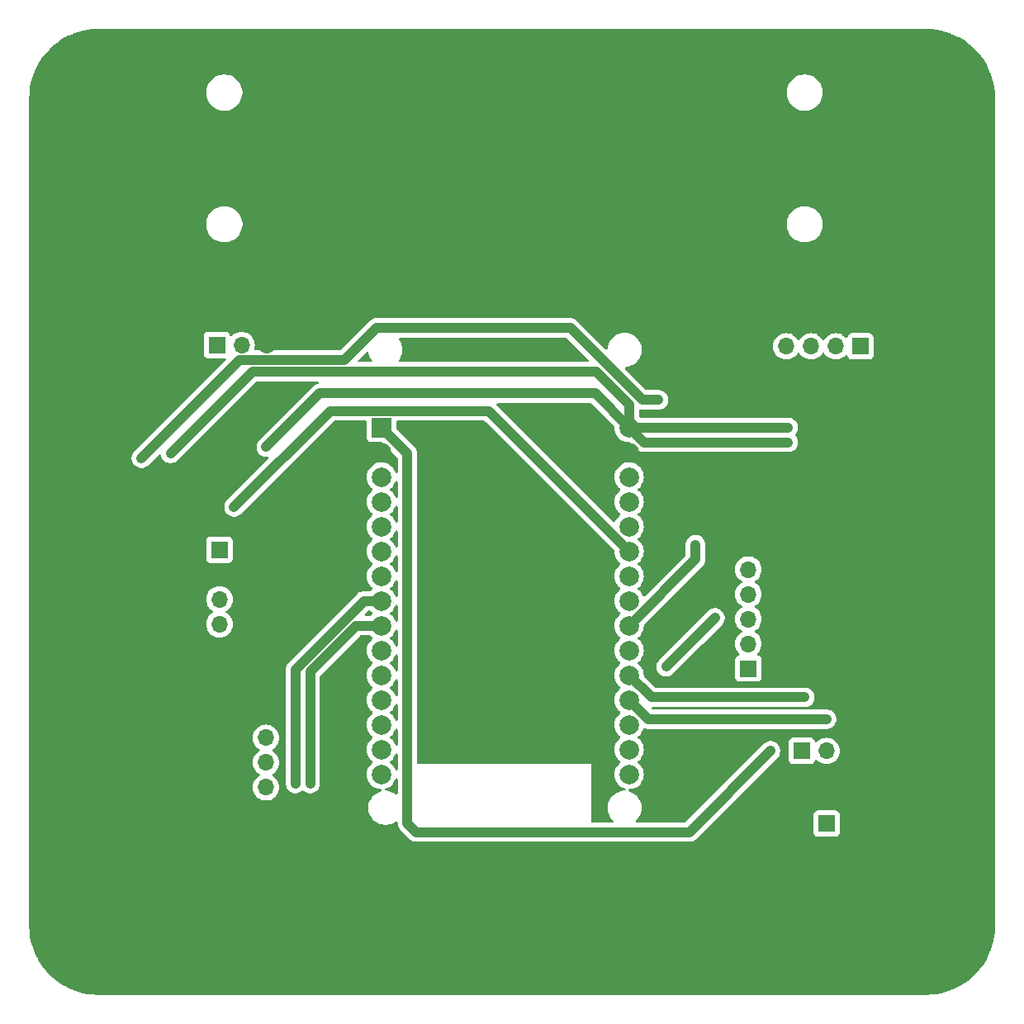
<source format=gbr>
%TF.GenerationSoftware,KiCad,Pcbnew,8.0.1*%
%TF.CreationDate,2024-04-16T10:16:22-05:00*%
%TF.ProjectId,DAQ-Bicineta,4441512d-4269-4636-996e-6574612e6b69,rev?*%
%TF.SameCoordinates,Original*%
%TF.FileFunction,Copper,L2,Bot*%
%TF.FilePolarity,Positive*%
%FSLAX46Y46*%
G04 Gerber Fmt 4.6, Leading zero omitted, Abs format (unit mm)*
G04 Created by KiCad (PCBNEW 8.0.1) date 2024-04-16 10:16:22*
%MOMM*%
%LPD*%
G01*
G04 APERTURE LIST*
%TA.AperFunction,ComponentPad*%
%ADD10R,1.700000X1.700000*%
%TD*%
%TA.AperFunction,ComponentPad*%
%ADD11O,1.700000X1.700000*%
%TD*%
%TA.AperFunction,ComponentPad*%
%ADD12C,4.800000*%
%TD*%
%TA.AperFunction,ComponentPad*%
%ADD13R,2.000000X2.000000*%
%TD*%
%TA.AperFunction,ComponentPad*%
%ADD14C,2.000000*%
%TD*%
%TA.AperFunction,ViaPad*%
%ADD15C,0.600000*%
%TD*%
%TA.AperFunction,Conductor*%
%ADD16C,1.000000*%
%TD*%
G04 APERTURE END LIST*
D10*
%TO.P,R-150k,1*%
%TO.N,CS_VCC*%
X179710000Y-124500000D03*
D11*
%TO.P,R-150k,2*%
%TO.N,T-D500_OUT*%
X182250000Y-124500000D03*
%TD*%
D10*
%TO.P,T-D500,1,Pin_1*%
%TO.N,T-D500_OUT*%
X182260000Y-131960000D03*
D11*
%TO.P,T-D500,2,Pin_2*%
%TO.N,CS_GND*%
X182260000Y-134500000D03*
%TD*%
D12*
%TO.P,H3,3*%
%TO.N,CS_GND*%
X107500000Y-142500000D03*
%TD*%
%TO.P,H1,1*%
%TO.N,CS_GND*%
X107500000Y-57500000D03*
%TD*%
%TO.P,H4,4*%
%TO.N,CS_GND*%
X192500000Y-142500000D03*
%TD*%
D10*
%TO.P,MicroSD1,1,Pin_1*%
%TO.N,MSD_CS*%
X174230000Y-116055000D03*
D11*
%TO.P,MicroSD1,2,Pin_2*%
%TO.N,MSD_SCK*%
X174230000Y-113515000D03*
%TO.P,MicroSD1,3,Pin_3*%
%TO.N,MSD_MOSI*%
X174230000Y-110975000D03*
%TO.P,MicroSD1,4,Pin_4*%
%TO.N,MSD_MISO*%
X174230000Y-108435000D03*
%TO.P,MicroSD1,5,Pin_5*%
%TO.N,GPS_VCC*%
X174230000Y-105895000D03*
%TO.P,MicroSD1,6,Pin_6*%
%TO.N,CS_GND*%
X174230000Y-103355000D03*
%TD*%
D10*
%TO.P,GPS1,1,Pin_1*%
%TO.N,CS_GND*%
X124775000Y-130780000D03*
D11*
%TO.P,GPS1,2,Pin_2*%
%TO.N,GPS_TX*%
X124775000Y-128240000D03*
%TO.P,GPS1,3,Pin_3*%
%TO.N,GPS_RX*%
X124775000Y-125700000D03*
%TO.P,GPS1,4,Pin_4*%
%TO.N,GPS_VCC*%
X124775000Y-123160000D03*
%TD*%
D10*
%TO.P,ACS712,1,Pin_1*%
%TO.N,CS_VCC*%
X119725000Y-82880000D03*
D11*
%TO.P,ACS712,2,Pin_2*%
%TO.N,CS_OUT*%
X122265000Y-82880000D03*
%TO.P,ACS712,3,Pin_3*%
%TO.N,CS_GND*%
X124805000Y-82880000D03*
%TD*%
D10*
%TO.P,KY-24,1,Pin_1*%
%TO.N,KY_A0*%
X120000000Y-103880000D03*
D11*
%TO.P,KY-24,2,Pin_2*%
%TO.N,CS_GND*%
X120000000Y-106420000D03*
%TO.P,KY-24,3,Pin_3*%
%TO.N,GPS_VCC*%
X120000000Y-108960000D03*
%TO.P,KY-24,4,Pin_4*%
%TO.N,KY_DO*%
X120000000Y-111500000D03*
%TD*%
D10*
%TO.P,PowerModule1,1,Pin_1*%
%TO.N,GPS_VCC*%
X185725000Y-83025000D03*
D11*
%TO.P,PowerModule1,2,Pin_2*%
X183185000Y-83025000D03*
%TO.P,PowerModule1,3,Pin_3*%
%TO.N,PM_I*%
X180645000Y-83025000D03*
%TO.P,PowerModule1,4,Pin_4*%
%TO.N,PM_V*%
X178105000Y-83025000D03*
%TO.P,PowerModule1,5,Pin_5*%
%TO.N,CS_GND*%
X175565000Y-83025000D03*
%TO.P,PowerModule1,6,Pin_6*%
X173025000Y-83025000D03*
%TD*%
D12*
%TO.P,H2,2*%
%TO.N,CS_GND*%
X192500000Y-57500000D03*
%TD*%
D13*
%TO.P,U3,1,3V3*%
%TO.N,CS_VCC*%
X136600000Y-91340000D03*
D14*
%TO.P,U3,2,GND*%
%TO.N,CS_GND*%
X136600000Y-93880000D03*
%TO.P,U3,3,D15*%
%TO.N,unconnected-(U3-D15-Pad3)*%
X136600000Y-96420000D03*
%TO.P,U3,4,D2*%
%TO.N,unconnected-(U3-D2-Pad4)*%
X136600000Y-98960000D03*
%TO.P,U3,5,D4*%
%TO.N,unconnected-(U3-D4-Pad5)*%
X136600000Y-101500000D03*
%TO.P,U3,6,RX2*%
%TO.N,GPS_RX*%
X136600000Y-104040000D03*
%TO.P,U3,7,TX2*%
%TO.N,GPS_TX*%
X136600000Y-106580000D03*
%TO.P,U3,8,D5*%
%TO.N,MSD_CS*%
X136600000Y-109120000D03*
%TO.P,U3,9,D18*%
%TO.N,MSD_SCK*%
X136600000Y-111660000D03*
%TO.P,U3,10,D19*%
%TO.N,MSD_MISO*%
X136600000Y-114200000D03*
%TO.P,U3,11,D21*%
%TO.N,unconnected-(U3-D21-Pad11)*%
X136600000Y-116740000D03*
%TO.P,U3,12,RX0*%
%TO.N,unconnected-(U3-RX0-Pad12)*%
X136600000Y-119280000D03*
%TO.P,U3,13,TX0*%
%TO.N,unconnected-(U3-TX0-Pad13)*%
X136600000Y-121820000D03*
%TO.P,U3,14,D22*%
%TO.N,unconnected-(U3-D22-Pad14)*%
X136600000Y-124360000D03*
%TO.P,U3,15,D23*%
%TO.N,MSD_MOSI*%
X136600000Y-126900000D03*
%TO.P,U3,16,EN*%
%TO.N,unconnected-(U3-EN-Pad16)*%
X162000000Y-126900000D03*
%TO.P,U3,17,VP*%
%TO.N,unconnected-(U3-VP-Pad17)*%
X162000000Y-124360000D03*
%TO.P,U3,18,VN*%
%TO.N,unconnected-(U3-VN-Pad18)*%
X162000000Y-121820000D03*
%TO.P,U3,19,D34*%
%TO.N,T-D500_OUT*%
X162000000Y-119280000D03*
%TO.P,U3,20,D35*%
%TO.N,PM_I*%
X162000000Y-116740000D03*
%TO.P,U3,21,D32*%
%TO.N,CS_OUT*%
X162000000Y-114200000D03*
%TO.P,U3,22,D33*%
%TO.N,PM_V*%
X162000000Y-111660000D03*
%TO.P,U3,23,D25*%
%TO.N,unconnected-(U3-D25-Pad23)*%
X162000000Y-109120000D03*
%TO.P,U3,24,D26*%
%TO.N,KY_DO*%
X162000000Y-106580000D03*
%TO.P,U3,25,D27*%
%TO.N,KY_A0*%
X162000000Y-104040000D03*
%TO.P,U3,26,D14*%
%TO.N,unconnected-(U3-D14-Pad26)*%
X162000000Y-101500000D03*
%TO.P,U3,27,D12*%
%TO.N,unconnected-(U3-D12-Pad27)*%
X162000000Y-98960000D03*
%TO.P,U3,28,D13*%
%TO.N,unconnected-(U3-D13-Pad28)*%
X162000000Y-96420000D03*
%TO.P,U3,29,GND*%
%TO.N,CS_GND*%
X162000000Y-93880000D03*
%TO.P,U3,30,VIN*%
%TO.N,GPS_VCC*%
X162000000Y-91340000D03*
%TD*%
D15*
%TO.N,CS_VCC*%
X176500000Y-124500000D03*
%TO.N,T-D500_OUT*%
X182250000Y-121250000D03*
%TO.N,KY_DO*%
X165000000Y-88500000D03*
X112000000Y-94500000D03*
%TO.N,KY_A0*%
X121500000Y-99500000D03*
%TO.N,GPS_VCC*%
X178300000Y-91355000D03*
X115000000Y-94000000D03*
X178300000Y-92855000D03*
X124800000Y-93355000D03*
%TO.N,MSD_SCK*%
X129300000Y-127855000D03*
%TO.N,MSD_CS*%
X127800000Y-127855000D03*
%TO.N,MSD_MOSI*%
X165800000Y-115855000D03*
X170800000Y-110855000D03*
%TO.N,PM_V*%
X168800000Y-103355000D03*
%TO.N,PM_I*%
X180000000Y-119000000D03*
%TD*%
D16*
%TO.N,CS_VCC*%
X139270000Y-94010000D02*
X136600000Y-91340000D01*
X139270000Y-131917108D02*
X139270000Y-94010000D01*
X140182892Y-132830000D02*
X139270000Y-131917108D01*
X176500000Y-124500000D02*
X168170000Y-132830000D01*
X168170000Y-132830000D02*
X140182892Y-132830000D01*
%TO.N,T-D500_OUT*%
X163970000Y-121250000D02*
X162000000Y-119280000D01*
X182250000Y-121250000D02*
X163970000Y-121250000D01*
%TO.N,KY_DO*%
X112000000Y-94500000D02*
X122070000Y-84430000D01*
X136088019Y-81130000D02*
X155990000Y-81130000D01*
X163360000Y-88500000D02*
X165000000Y-88500000D01*
X132788019Y-84430000D02*
X136088019Y-81130000D01*
X122070000Y-84430000D02*
X132788019Y-84430000D01*
X155990000Y-81130000D02*
X163360000Y-88500000D01*
%TO.N,KY_A0*%
X131360000Y-89640000D02*
X147600000Y-89640000D01*
X121500000Y-99500000D02*
X131360000Y-89640000D01*
X147600000Y-89640000D02*
X162000000Y-104040000D01*
%TO.N,GPS_VCC*%
X177285000Y-91340000D02*
X162000000Y-91340000D01*
X115000000Y-94000000D02*
X123370000Y-85630000D01*
X177300000Y-91355000D02*
X177285000Y-91340000D01*
X178300000Y-92855000D02*
X163515000Y-92855000D01*
X178300000Y-91355000D02*
X177300000Y-91355000D01*
X163515000Y-92855000D02*
X162000000Y-91340000D01*
X123370000Y-85630000D02*
X158630000Y-85630000D01*
X124800000Y-93355000D02*
X130300000Y-87855000D01*
X158515000Y-87855000D02*
X162000000Y-91340000D01*
X130300000Y-87855000D02*
X158515000Y-87855000D01*
X162000000Y-89000000D02*
X162000000Y-91340000D01*
X158630000Y-85630000D02*
X162000000Y-89000000D01*
%TO.N,MSD_SCK*%
X129300000Y-127855000D02*
X129300000Y-116355000D01*
X129300000Y-116355000D02*
X133995000Y-111660000D01*
X133995000Y-111660000D02*
X136600000Y-111660000D01*
%TO.N,MSD_CS*%
X134837944Y-109120000D02*
X136600000Y-109120000D01*
X127800000Y-127855000D02*
X127800000Y-116157944D01*
X127800000Y-116157944D02*
X134837944Y-109120000D01*
%TO.N,MSD_MOSI*%
X170800000Y-110855000D02*
X165800000Y-115855000D01*
%TO.N,PM_V*%
X168800000Y-103355000D02*
X168800000Y-104860000D01*
X168800000Y-104860000D02*
X162000000Y-111660000D01*
%TO.N,PM_I*%
X180000000Y-119000000D02*
X164260000Y-119000000D01*
X164260000Y-119000000D02*
X162000000Y-116740000D01*
%TD*%
%TA.AperFunction,Conductor*%
%TO.N,CS_GND*%
G36*
X192502211Y-50500578D02*
G01*
X192994924Y-50518176D01*
X193003717Y-50518804D01*
X193491755Y-50571274D01*
X193500471Y-50572527D01*
X193983520Y-50659679D01*
X193992128Y-50661552D01*
X194467713Y-50782938D01*
X194476177Y-50785423D01*
X194941866Y-50940419D01*
X194950160Y-50943512D01*
X195403602Y-51131335D01*
X195411653Y-51135012D01*
X195737022Y-51297879D01*
X195850551Y-51354708D01*
X195858287Y-51358931D01*
X196280432Y-51609401D01*
X196287842Y-51614164D01*
X196535063Y-51785813D01*
X196691001Y-51894083D01*
X196698087Y-51899387D01*
X196895443Y-52058426D01*
X197080257Y-52207358D01*
X197086940Y-52213149D01*
X197446152Y-52547588D01*
X197452411Y-52553847D01*
X197786850Y-52913059D01*
X197792647Y-52919749D01*
X198100612Y-53301912D01*
X198105916Y-53308998D01*
X198385827Y-53712145D01*
X198390602Y-53719574D01*
X198641062Y-54141703D01*
X198645294Y-54149453D01*
X198864987Y-54588346D01*
X198868664Y-54596397D01*
X199056487Y-55049839D01*
X199059580Y-55058133D01*
X199214571Y-55523807D01*
X199217065Y-55532300D01*
X199338442Y-56007851D01*
X199340324Y-56016500D01*
X199427468Y-56499505D01*
X199428728Y-56508267D01*
X199481193Y-56996264D01*
X199481824Y-57005093D01*
X199499421Y-57497788D01*
X199499500Y-57502214D01*
X199499500Y-142497785D01*
X199499421Y-142502211D01*
X199481824Y-142994906D01*
X199481193Y-143003735D01*
X199428728Y-143491732D01*
X199427468Y-143500494D01*
X199340324Y-143983499D01*
X199338442Y-143992148D01*
X199217065Y-144467699D01*
X199214571Y-144476192D01*
X199059580Y-144941866D01*
X199056487Y-144950160D01*
X198868664Y-145403602D01*
X198864987Y-145411653D01*
X198645294Y-145850546D01*
X198641056Y-145858308D01*
X198390613Y-146280408D01*
X198385827Y-146287854D01*
X198105916Y-146691001D01*
X198100612Y-146698087D01*
X197792647Y-147080250D01*
X197786850Y-147086940D01*
X197452411Y-147446152D01*
X197446152Y-147452411D01*
X197086940Y-147786850D01*
X197080250Y-147792647D01*
X196698087Y-148100612D01*
X196691001Y-148105916D01*
X196287854Y-148385827D01*
X196280412Y-148390610D01*
X195858308Y-148641056D01*
X195850546Y-148645294D01*
X195411653Y-148864987D01*
X195403602Y-148868664D01*
X194950160Y-149056487D01*
X194941866Y-149059580D01*
X194476192Y-149214571D01*
X194467699Y-149217065D01*
X193992148Y-149338442D01*
X193983499Y-149340324D01*
X193500494Y-149427468D01*
X193491732Y-149428728D01*
X193003735Y-149481193D01*
X192994906Y-149481824D01*
X192502212Y-149499421D01*
X192497786Y-149499500D01*
X107502214Y-149499500D01*
X107497788Y-149499421D01*
X107005093Y-149481824D01*
X106996264Y-149481193D01*
X106508267Y-149428728D01*
X106499505Y-149427468D01*
X106016500Y-149340324D01*
X106007851Y-149338442D01*
X105532300Y-149217065D01*
X105523807Y-149214571D01*
X105058133Y-149059580D01*
X105049839Y-149056487D01*
X104596397Y-148868664D01*
X104588346Y-148864987D01*
X104149453Y-148645294D01*
X104141703Y-148641062D01*
X103719574Y-148390602D01*
X103712145Y-148385827D01*
X103308998Y-148105916D01*
X103301912Y-148100612D01*
X102919749Y-147792647D01*
X102913059Y-147786850D01*
X102553847Y-147452411D01*
X102547588Y-147446152D01*
X102213149Y-147086940D01*
X102207352Y-147080250D01*
X101899387Y-146698087D01*
X101894083Y-146691001D01*
X101785813Y-146535063D01*
X101614164Y-146287842D01*
X101609401Y-146280432D01*
X101358931Y-145858287D01*
X101354705Y-145850546D01*
X101135012Y-145411653D01*
X101131335Y-145403602D01*
X100943512Y-144950160D01*
X100940419Y-144941866D01*
X100933700Y-144921679D01*
X100785423Y-144476177D01*
X100782938Y-144467713D01*
X100661552Y-143992128D01*
X100659679Y-143983520D01*
X100572527Y-143500471D01*
X100571274Y-143491755D01*
X100518804Y-143003717D01*
X100518176Y-142994924D01*
X100500579Y-142502211D01*
X100500500Y-142497785D01*
X100500500Y-128240000D01*
X123419341Y-128240000D01*
X123439936Y-128475403D01*
X123439938Y-128475413D01*
X123501094Y-128703655D01*
X123501096Y-128703659D01*
X123501097Y-128703663D01*
X123560415Y-128830871D01*
X123600965Y-128917830D01*
X123600967Y-128917834D01*
X123709281Y-129072521D01*
X123736505Y-129111401D01*
X123903599Y-129278495D01*
X124000384Y-129346265D01*
X124097165Y-129414032D01*
X124097167Y-129414033D01*
X124097170Y-129414035D01*
X124311337Y-129513903D01*
X124539592Y-129575063D01*
X124727918Y-129591539D01*
X124774999Y-129595659D01*
X124775000Y-129595659D01*
X124775001Y-129595659D01*
X124814234Y-129592226D01*
X125010408Y-129575063D01*
X125238663Y-129513903D01*
X125452830Y-129414035D01*
X125646401Y-129278495D01*
X125813495Y-129111401D01*
X125949035Y-128917830D01*
X126048903Y-128703663D01*
X126110063Y-128475408D01*
X126130659Y-128240000D01*
X126110063Y-128004592D01*
X126048903Y-127776337D01*
X125949035Y-127562171D01*
X125813495Y-127368599D01*
X125813494Y-127368597D01*
X125646402Y-127201506D01*
X125646396Y-127201501D01*
X125460842Y-127071575D01*
X125417217Y-127016998D01*
X125410023Y-126947500D01*
X125441546Y-126885145D01*
X125460842Y-126868425D01*
X125483026Y-126852891D01*
X125646401Y-126738495D01*
X125813495Y-126571401D01*
X125949035Y-126377830D01*
X126048903Y-126163663D01*
X126110063Y-125935408D01*
X126130659Y-125700000D01*
X126110063Y-125464592D01*
X126048903Y-125236337D01*
X125949035Y-125022171D01*
X125915250Y-124973920D01*
X125813494Y-124828597D01*
X125646402Y-124661506D01*
X125646396Y-124661501D01*
X125460842Y-124531575D01*
X125417217Y-124476998D01*
X125410023Y-124407500D01*
X125441546Y-124345145D01*
X125460842Y-124328425D01*
X125551999Y-124264596D01*
X125646401Y-124198495D01*
X125813495Y-124031401D01*
X125949035Y-123837830D01*
X126048903Y-123623663D01*
X126110063Y-123395408D01*
X126130659Y-123160000D01*
X126110063Y-122924592D01*
X126048903Y-122696337D01*
X125949035Y-122482171D01*
X125813495Y-122288599D01*
X125813494Y-122288597D01*
X125646402Y-122121506D01*
X125646395Y-122121501D01*
X125452834Y-121985967D01*
X125452830Y-121985965D01*
X125452828Y-121985964D01*
X125238663Y-121886097D01*
X125238659Y-121886096D01*
X125238655Y-121886094D01*
X125010413Y-121824938D01*
X125010403Y-121824936D01*
X124775001Y-121804341D01*
X124774999Y-121804341D01*
X124539596Y-121824936D01*
X124539586Y-121824938D01*
X124311344Y-121886094D01*
X124311335Y-121886098D01*
X124097171Y-121985964D01*
X124097169Y-121985965D01*
X123903597Y-122121505D01*
X123736505Y-122288597D01*
X123600965Y-122482169D01*
X123600964Y-122482171D01*
X123501098Y-122696335D01*
X123501094Y-122696344D01*
X123439938Y-122924586D01*
X123439938Y-122924587D01*
X123439937Y-122924592D01*
X123422113Y-123128314D01*
X123419341Y-123159999D01*
X123419341Y-123160000D01*
X123439936Y-123395403D01*
X123439938Y-123395413D01*
X123501094Y-123623655D01*
X123501096Y-123623659D01*
X123501097Y-123623663D01*
X123547354Y-123722861D01*
X123600965Y-123837830D01*
X123600967Y-123837834D01*
X123685342Y-123958333D01*
X123732785Y-124026089D01*
X123736501Y-124031395D01*
X123736506Y-124031402D01*
X123903597Y-124198493D01*
X123903603Y-124198498D01*
X124089158Y-124328425D01*
X124132783Y-124383002D01*
X124139977Y-124452500D01*
X124108454Y-124514855D01*
X124089158Y-124531575D01*
X123903597Y-124661505D01*
X123736505Y-124828597D01*
X123600965Y-125022169D01*
X123600964Y-125022171D01*
X123501098Y-125236335D01*
X123501094Y-125236344D01*
X123439938Y-125464586D01*
X123439938Y-125464587D01*
X123439937Y-125464592D01*
X123422113Y-125668314D01*
X123419341Y-125699999D01*
X123419341Y-125700000D01*
X123439936Y-125935403D01*
X123439938Y-125935413D01*
X123501094Y-126163655D01*
X123501096Y-126163659D01*
X123501097Y-126163663D01*
X123600965Y-126377830D01*
X123600967Y-126377834D01*
X123736501Y-126571395D01*
X123736506Y-126571402D01*
X123903597Y-126738493D01*
X123903603Y-126738498D01*
X124089158Y-126868425D01*
X124132783Y-126923002D01*
X124139977Y-126992500D01*
X124108454Y-127054855D01*
X124089158Y-127071575D01*
X123903597Y-127201505D01*
X123736505Y-127368597D01*
X123600965Y-127562169D01*
X123600964Y-127562171D01*
X123501098Y-127776335D01*
X123501094Y-127776344D01*
X123439938Y-128004586D01*
X123439938Y-128004587D01*
X123439937Y-128004592D01*
X123439662Y-128007738D01*
X123419341Y-128239999D01*
X123419341Y-128240000D01*
X100500500Y-128240000D01*
X100500500Y-111500000D01*
X118644341Y-111500000D01*
X118664936Y-111735403D01*
X118664938Y-111735413D01*
X118726094Y-111963655D01*
X118726096Y-111963659D01*
X118726097Y-111963663D01*
X118782148Y-112083864D01*
X118825965Y-112177830D01*
X118825967Y-112177834D01*
X118905906Y-112291998D01*
X118961505Y-112371401D01*
X119128599Y-112538495D01*
X119194704Y-112584782D01*
X119322165Y-112674032D01*
X119322167Y-112674033D01*
X119322170Y-112674035D01*
X119536337Y-112773903D01*
X119764592Y-112835063D01*
X119952918Y-112851539D01*
X119999999Y-112855659D01*
X120000000Y-112855659D01*
X120000001Y-112855659D01*
X120039234Y-112852226D01*
X120235408Y-112835063D01*
X120463663Y-112773903D01*
X120677830Y-112674035D01*
X120871401Y-112538495D01*
X121038495Y-112371401D01*
X121174035Y-112177830D01*
X121273903Y-111963663D01*
X121335063Y-111735408D01*
X121355659Y-111500000D01*
X121335063Y-111264592D01*
X121273903Y-111036337D01*
X121174035Y-110822171D01*
X121128021Y-110756455D01*
X121038494Y-110628597D01*
X120871402Y-110461506D01*
X120871396Y-110461501D01*
X120685842Y-110331575D01*
X120642217Y-110276998D01*
X120635023Y-110207500D01*
X120666546Y-110145145D01*
X120685842Y-110128425D01*
X120758052Y-110077863D01*
X120871401Y-109998495D01*
X121038495Y-109831401D01*
X121174035Y-109637830D01*
X121273903Y-109423663D01*
X121335063Y-109195408D01*
X121355659Y-108960000D01*
X121335063Y-108724592D01*
X121273903Y-108496337D01*
X121174035Y-108282171D01*
X121113150Y-108195217D01*
X121038494Y-108088597D01*
X120871402Y-107921506D01*
X120871395Y-107921501D01*
X120677834Y-107785967D01*
X120677830Y-107785965D01*
X120605305Y-107752146D01*
X120463663Y-107686097D01*
X120463659Y-107686096D01*
X120463655Y-107686094D01*
X120235413Y-107624938D01*
X120235403Y-107624936D01*
X120000001Y-107604341D01*
X119999999Y-107604341D01*
X119764596Y-107624936D01*
X119764586Y-107624938D01*
X119536344Y-107686094D01*
X119536335Y-107686098D01*
X119322171Y-107785964D01*
X119322169Y-107785965D01*
X119128597Y-107921505D01*
X118961505Y-108088597D01*
X118825965Y-108282169D01*
X118825964Y-108282171D01*
X118726098Y-108496335D01*
X118726094Y-108496344D01*
X118664938Y-108724586D01*
X118664936Y-108724596D01*
X118644341Y-108959999D01*
X118644341Y-108960000D01*
X118664936Y-109195403D01*
X118664938Y-109195413D01*
X118726094Y-109423655D01*
X118726096Y-109423659D01*
X118726097Y-109423663D01*
X118782148Y-109543864D01*
X118825965Y-109637830D01*
X118825967Y-109637834D01*
X118905906Y-109751998D01*
X118940193Y-109800965D01*
X118961501Y-109831395D01*
X118961506Y-109831402D01*
X119128597Y-109998493D01*
X119128603Y-109998498D01*
X119314158Y-110128425D01*
X119357783Y-110183002D01*
X119364977Y-110252500D01*
X119333454Y-110314855D01*
X119314158Y-110331575D01*
X119128597Y-110461505D01*
X118961505Y-110628597D01*
X118825965Y-110822169D01*
X118825964Y-110822171D01*
X118726098Y-111036335D01*
X118726094Y-111036344D01*
X118664938Y-111264586D01*
X118664936Y-111264596D01*
X118644341Y-111499999D01*
X118644341Y-111500000D01*
X100500500Y-111500000D01*
X100500500Y-104777870D01*
X118649500Y-104777870D01*
X118649501Y-104777876D01*
X118655908Y-104837483D01*
X118706202Y-104972328D01*
X118706206Y-104972335D01*
X118792452Y-105087544D01*
X118792455Y-105087547D01*
X118907664Y-105173793D01*
X118907671Y-105173797D01*
X119042517Y-105224091D01*
X119042516Y-105224091D01*
X119049444Y-105224835D01*
X119102127Y-105230500D01*
X120897872Y-105230499D01*
X120957483Y-105224091D01*
X121092331Y-105173796D01*
X121207546Y-105087546D01*
X121293796Y-104972331D01*
X121344091Y-104837483D01*
X121350500Y-104777873D01*
X121350499Y-102982128D01*
X121344091Y-102922517D01*
X121328640Y-102881092D01*
X121293797Y-102787671D01*
X121293793Y-102787664D01*
X121207547Y-102672455D01*
X121207544Y-102672452D01*
X121092335Y-102586206D01*
X121092328Y-102586202D01*
X120957482Y-102535908D01*
X120957483Y-102535908D01*
X120897883Y-102529501D01*
X120897881Y-102529500D01*
X120897873Y-102529500D01*
X120897864Y-102529500D01*
X119102129Y-102529500D01*
X119102123Y-102529501D01*
X119042516Y-102535908D01*
X118907671Y-102586202D01*
X118907664Y-102586206D01*
X118792455Y-102672452D01*
X118792452Y-102672455D01*
X118706206Y-102787664D01*
X118706202Y-102787671D01*
X118655908Y-102922517D01*
X118649501Y-102982116D01*
X118649501Y-102982123D01*
X118649500Y-102982135D01*
X118649500Y-104777870D01*
X100500500Y-104777870D01*
X100500500Y-94598544D01*
X110999500Y-94598544D01*
X111037947Y-94791828D01*
X111037949Y-94791836D01*
X111113367Y-94973910D01*
X111113372Y-94973920D01*
X111222860Y-95137780D01*
X111222863Y-95137784D01*
X111362215Y-95277136D01*
X111362219Y-95277139D01*
X111526079Y-95386627D01*
X111526083Y-95386629D01*
X111526086Y-95386631D01*
X111708164Y-95462051D01*
X111874891Y-95495215D01*
X111901455Y-95500499D01*
X111901458Y-95500500D01*
X111901460Y-95500500D01*
X112098542Y-95500500D01*
X112098543Y-95500499D01*
X112291836Y-95462051D01*
X112473914Y-95386631D01*
X112637781Y-95277139D01*
X113805080Y-94109839D01*
X113866401Y-94076356D01*
X113936092Y-94081340D01*
X113992026Y-94123211D01*
X114014376Y-94173330D01*
X114037947Y-94291830D01*
X114037949Y-94291836D01*
X114113367Y-94473910D01*
X114113372Y-94473920D01*
X114222860Y-94637780D01*
X114222863Y-94637784D01*
X114362215Y-94777136D01*
X114362219Y-94777139D01*
X114526079Y-94886627D01*
X114526083Y-94886629D01*
X114526086Y-94886631D01*
X114708164Y-94962051D01*
X114901455Y-95000499D01*
X114901458Y-95000500D01*
X114901460Y-95000500D01*
X115098542Y-95000500D01*
X115098543Y-95000499D01*
X115291836Y-94962051D01*
X115473914Y-94886631D01*
X115637781Y-94777139D01*
X119650420Y-90764500D01*
X123748102Y-86666819D01*
X123809425Y-86633334D01*
X123835783Y-86630500D01*
X130068586Y-86630500D01*
X130135625Y-86650185D01*
X130181380Y-86702989D01*
X130191324Y-86772147D01*
X130162299Y-86835703D01*
X130103521Y-86873477D01*
X130092777Y-86876117D01*
X130008172Y-86892946D01*
X130008164Y-86892948D01*
X129826088Y-86968366D01*
X129826079Y-86968371D01*
X129662219Y-87077859D01*
X129662215Y-87077862D01*
X124022863Y-92717215D01*
X124022860Y-92717219D01*
X123913372Y-92881079D01*
X123913367Y-92881089D01*
X123837949Y-93063163D01*
X123837947Y-93063171D01*
X123799500Y-93256455D01*
X123799500Y-93453544D01*
X123837947Y-93646828D01*
X123837949Y-93646836D01*
X123913367Y-93828910D01*
X123913372Y-93828920D01*
X124022860Y-93992780D01*
X124022863Y-93992784D01*
X124162215Y-94132136D01*
X124162219Y-94132139D01*
X124326079Y-94241627D01*
X124326083Y-94241629D01*
X124326086Y-94241631D01*
X124508164Y-94317051D01*
X124689143Y-94353050D01*
X124701455Y-94355499D01*
X124701458Y-94355500D01*
X124701460Y-94355500D01*
X124898540Y-94355500D01*
X124910856Y-94353050D01*
X124980446Y-94359276D01*
X125035625Y-94402138D01*
X125058871Y-94468027D01*
X125042805Y-94536024D01*
X125022730Y-94562348D01*
X120722863Y-98862215D01*
X120722860Y-98862219D01*
X120613372Y-99026079D01*
X120613367Y-99026089D01*
X120537949Y-99208163D01*
X120537947Y-99208171D01*
X120499500Y-99401455D01*
X120499500Y-99598544D01*
X120537947Y-99791828D01*
X120537949Y-99791836D01*
X120613367Y-99973910D01*
X120613372Y-99973920D01*
X120722860Y-100137780D01*
X120722863Y-100137784D01*
X120862215Y-100277136D01*
X120862219Y-100277139D01*
X121026079Y-100386627D01*
X121026083Y-100386629D01*
X121026086Y-100386631D01*
X121208164Y-100462051D01*
X121401455Y-100500499D01*
X121401458Y-100500500D01*
X121401460Y-100500500D01*
X121598542Y-100500500D01*
X121598543Y-100500499D01*
X121791836Y-100462051D01*
X121973914Y-100386631D01*
X122137781Y-100277139D01*
X126919705Y-95495215D01*
X131738102Y-90676819D01*
X131799425Y-90643334D01*
X131825783Y-90640500D01*
X134975500Y-90640500D01*
X135042539Y-90660185D01*
X135088294Y-90712989D01*
X135099500Y-90764500D01*
X135099500Y-92387870D01*
X135099501Y-92387876D01*
X135105908Y-92447483D01*
X135156202Y-92582328D01*
X135156206Y-92582335D01*
X135242452Y-92697544D01*
X135242455Y-92697547D01*
X135357664Y-92783793D01*
X135357671Y-92783797D01*
X135492517Y-92834091D01*
X135492516Y-92834091D01*
X135499444Y-92834835D01*
X135552127Y-92840500D01*
X136634217Y-92840499D01*
X136701256Y-92860184D01*
X136721898Y-92876818D01*
X138233181Y-94388101D01*
X138266666Y-94449424D01*
X138269500Y-94475782D01*
X138269500Y-95905539D01*
X138249815Y-95972578D01*
X138197011Y-96018333D01*
X138127853Y-96028277D01*
X138064297Y-95999252D01*
X138026523Y-95940474D01*
X138025295Y-95935981D01*
X138024064Y-95931121D01*
X137924173Y-95703393D01*
X137788166Y-95495217D01*
X137688205Y-95386631D01*
X137619744Y-95312262D01*
X137423509Y-95159526D01*
X137423507Y-95159525D01*
X137423506Y-95159524D01*
X137204811Y-95041172D01*
X137204802Y-95041169D01*
X136969616Y-94960429D01*
X136724335Y-94919500D01*
X136475665Y-94919500D01*
X136230383Y-94960429D01*
X135995197Y-95041169D01*
X135995188Y-95041172D01*
X135776493Y-95159524D01*
X135580257Y-95312261D01*
X135411833Y-95495217D01*
X135275826Y-95703393D01*
X135175936Y-95931118D01*
X135114892Y-96172175D01*
X135114890Y-96172187D01*
X135094357Y-96419994D01*
X135094357Y-96420005D01*
X135114890Y-96667812D01*
X135114892Y-96667824D01*
X135175936Y-96908881D01*
X135275826Y-97136606D01*
X135411833Y-97344782D01*
X135411836Y-97344785D01*
X135580256Y-97527738D01*
X135663008Y-97592147D01*
X135703821Y-97648857D01*
X135707496Y-97718630D01*
X135672864Y-97779313D01*
X135663014Y-97787848D01*
X135604400Y-97833469D01*
X135580257Y-97852261D01*
X135411833Y-98035217D01*
X135275826Y-98243393D01*
X135175936Y-98471118D01*
X135114892Y-98712175D01*
X135114890Y-98712187D01*
X135094357Y-98959994D01*
X135094357Y-98960005D01*
X135114890Y-99207812D01*
X135114892Y-99207824D01*
X135175936Y-99448881D01*
X135275826Y-99676606D01*
X135411833Y-99884782D01*
X135411836Y-99884785D01*
X135580256Y-100067738D01*
X135663008Y-100132147D01*
X135703821Y-100188857D01*
X135707496Y-100258630D01*
X135672864Y-100319313D01*
X135663014Y-100327848D01*
X135604400Y-100373469D01*
X135580257Y-100392261D01*
X135411833Y-100575217D01*
X135275826Y-100783393D01*
X135175936Y-101011118D01*
X135114892Y-101252175D01*
X135114890Y-101252187D01*
X135094357Y-101499994D01*
X135094357Y-101500005D01*
X135114890Y-101747812D01*
X135114892Y-101747824D01*
X135175936Y-101988881D01*
X135275826Y-102216606D01*
X135411833Y-102424782D01*
X135411836Y-102424785D01*
X135580256Y-102607738D01*
X135663008Y-102672147D01*
X135703821Y-102728857D01*
X135707496Y-102798630D01*
X135672864Y-102859313D01*
X135663014Y-102867848D01*
X135604400Y-102913469D01*
X135580257Y-102932261D01*
X135411833Y-103115217D01*
X135275826Y-103323393D01*
X135175936Y-103551118D01*
X135114892Y-103792175D01*
X135114890Y-103792187D01*
X135094357Y-104039994D01*
X135094357Y-104040005D01*
X135114890Y-104287812D01*
X135114892Y-104287824D01*
X135175936Y-104528881D01*
X135275826Y-104756606D01*
X135411833Y-104964782D01*
X135418786Y-104972335D01*
X135580256Y-105147738D01*
X135663008Y-105212147D01*
X135703821Y-105268857D01*
X135707496Y-105338630D01*
X135672864Y-105399313D01*
X135663014Y-105407848D01*
X135604400Y-105453469D01*
X135580257Y-105472261D01*
X135411833Y-105655217D01*
X135275826Y-105863393D01*
X135175936Y-106091118D01*
X135114892Y-106332175D01*
X135114890Y-106332187D01*
X135094357Y-106579994D01*
X135094357Y-106580005D01*
X135114890Y-106827812D01*
X135114892Y-106827824D01*
X135175936Y-107068881D01*
X135275826Y-107296606D01*
X135411833Y-107504782D01*
X135411836Y-107504785D01*
X135580256Y-107687738D01*
X135663008Y-107752147D01*
X135703821Y-107808857D01*
X135707496Y-107878630D01*
X135672864Y-107939313D01*
X135663014Y-107947848D01*
X135632839Y-107971335D01*
X135580255Y-108012262D01*
X135580252Y-108012265D01*
X135518374Y-108079483D01*
X135458487Y-108115474D01*
X135427145Y-108119500D01*
X134739399Y-108119500D01*
X134642756Y-108138724D01*
X134546111Y-108157947D01*
X134546105Y-108157949D01*
X134492778Y-108180037D01*
X134492778Y-108180038D01*
X134456138Y-108195215D01*
X134364033Y-108233366D01*
X134364023Y-108233371D01*
X134200163Y-108342859D01*
X134139630Y-108403393D01*
X134060805Y-108482218D01*
X134060802Y-108482221D01*
X127162221Y-115380802D01*
X127162218Y-115380805D01*
X127114166Y-115428857D01*
X127022859Y-115520163D01*
X126913371Y-115684023D01*
X126913364Y-115684036D01*
X126837950Y-115866104D01*
X126837947Y-115866114D01*
X126799500Y-116059400D01*
X126799500Y-116059403D01*
X126799500Y-127953541D01*
X126799500Y-127953543D01*
X126799499Y-127953543D01*
X126837947Y-128146829D01*
X126837950Y-128146839D01*
X126913364Y-128328907D01*
X126913371Y-128328920D01*
X127022860Y-128492781D01*
X127022863Y-128492785D01*
X127162214Y-128632136D01*
X127162218Y-128632139D01*
X127326079Y-128741628D01*
X127326092Y-128741635D01*
X127508160Y-128817049D01*
X127508165Y-128817051D01*
X127508169Y-128817051D01*
X127508170Y-128817052D01*
X127701456Y-128855500D01*
X127701459Y-128855500D01*
X127898543Y-128855500D01*
X128028582Y-128829632D01*
X128091835Y-128817051D01*
X128273914Y-128741632D01*
X128437782Y-128632139D01*
X128462319Y-128607601D01*
X128523640Y-128574117D01*
X128593332Y-128579100D01*
X128637680Y-128607601D01*
X128662215Y-128632136D01*
X128662219Y-128632140D01*
X128826079Y-128741628D01*
X128826092Y-128741635D01*
X129008160Y-128817049D01*
X129008165Y-128817051D01*
X129008169Y-128817051D01*
X129008170Y-128817052D01*
X129201456Y-128855500D01*
X129201459Y-128855500D01*
X129398543Y-128855500D01*
X129528582Y-128829632D01*
X129591835Y-128817051D01*
X129773914Y-128741632D01*
X129937782Y-128632139D01*
X130077139Y-128492782D01*
X130186632Y-128328914D01*
X130262051Y-128146835D01*
X130274632Y-128083582D01*
X130300500Y-127953543D01*
X130300500Y-116820782D01*
X130320185Y-116753743D01*
X130336819Y-116733101D01*
X134373102Y-112696819D01*
X134434425Y-112663334D01*
X134460783Y-112660500D01*
X135427145Y-112660500D01*
X135494184Y-112680185D01*
X135518374Y-112700517D01*
X135580252Y-112767734D01*
X135580256Y-112767738D01*
X135663008Y-112832147D01*
X135703821Y-112888857D01*
X135707496Y-112958630D01*
X135672864Y-113019313D01*
X135663014Y-113027848D01*
X135604400Y-113073469D01*
X135580257Y-113092261D01*
X135411833Y-113275217D01*
X135275826Y-113483393D01*
X135175936Y-113711118D01*
X135114892Y-113952175D01*
X135114890Y-113952187D01*
X135094357Y-114199994D01*
X135094357Y-114200005D01*
X135114890Y-114447812D01*
X135114892Y-114447824D01*
X135175936Y-114688881D01*
X135275826Y-114916606D01*
X135411833Y-115124782D01*
X135411836Y-115124785D01*
X135580256Y-115307738D01*
X135663008Y-115372147D01*
X135703821Y-115428857D01*
X135707496Y-115498630D01*
X135672864Y-115559313D01*
X135663014Y-115567848D01*
X135604400Y-115613469D01*
X135580257Y-115632261D01*
X135411833Y-115815217D01*
X135275826Y-116023393D01*
X135175936Y-116251118D01*
X135114892Y-116492175D01*
X135114890Y-116492187D01*
X135094357Y-116739994D01*
X135094357Y-116740005D01*
X135114890Y-116987812D01*
X135114892Y-116987824D01*
X135175936Y-117228881D01*
X135275826Y-117456606D01*
X135411833Y-117664782D01*
X135411836Y-117664785D01*
X135580256Y-117847738D01*
X135663008Y-117912147D01*
X135703821Y-117968857D01*
X135707496Y-118038630D01*
X135672864Y-118099313D01*
X135663014Y-118107848D01*
X135604400Y-118153469D01*
X135580257Y-118172261D01*
X135411833Y-118355217D01*
X135275826Y-118563393D01*
X135175936Y-118791118D01*
X135114892Y-119032175D01*
X135114890Y-119032187D01*
X135094357Y-119279994D01*
X135094357Y-119280005D01*
X135114890Y-119527812D01*
X135114892Y-119527824D01*
X135175936Y-119768881D01*
X135275826Y-119996606D01*
X135411833Y-120204782D01*
X135411836Y-120204785D01*
X135580256Y-120387738D01*
X135663008Y-120452147D01*
X135703821Y-120508857D01*
X135707496Y-120578630D01*
X135672864Y-120639313D01*
X135663014Y-120647848D01*
X135580256Y-120712262D01*
X135496046Y-120803738D01*
X135411833Y-120895217D01*
X135275826Y-121103393D01*
X135175936Y-121331118D01*
X135114892Y-121572175D01*
X135114890Y-121572187D01*
X135094357Y-121819994D01*
X135094357Y-121820005D01*
X135114890Y-122067812D01*
X135114892Y-122067824D01*
X135175936Y-122308881D01*
X135275826Y-122536606D01*
X135411833Y-122744782D01*
X135411836Y-122744785D01*
X135580256Y-122927738D01*
X135663008Y-122992147D01*
X135703821Y-123048857D01*
X135707496Y-123118630D01*
X135672864Y-123179313D01*
X135663014Y-123187848D01*
X135604400Y-123233469D01*
X135580257Y-123252261D01*
X135411833Y-123435217D01*
X135275826Y-123643393D01*
X135175936Y-123871118D01*
X135114892Y-124112175D01*
X135114890Y-124112187D01*
X135094357Y-124359994D01*
X135094357Y-124360005D01*
X135114890Y-124607812D01*
X135114892Y-124607824D01*
X135175936Y-124848881D01*
X135275826Y-125076606D01*
X135411833Y-125284782D01*
X135411836Y-125284785D01*
X135580256Y-125467738D01*
X135663008Y-125532147D01*
X135703821Y-125588857D01*
X135707496Y-125658630D01*
X135672864Y-125719313D01*
X135663014Y-125727848D01*
X135612056Y-125767511D01*
X135580257Y-125792261D01*
X135411833Y-125975217D01*
X135275826Y-126183393D01*
X135175936Y-126411118D01*
X135114892Y-126652175D01*
X135114890Y-126652187D01*
X135094357Y-126899994D01*
X135094357Y-126900005D01*
X135114890Y-127147812D01*
X135114892Y-127147824D01*
X135175936Y-127388881D01*
X135275826Y-127616606D01*
X135411833Y-127824782D01*
X135411836Y-127824785D01*
X135580256Y-128007738D01*
X135776491Y-128160474D01*
X135995190Y-128278828D01*
X136230386Y-128359571D01*
X136475665Y-128400500D01*
X136515708Y-128400500D01*
X136582747Y-128420185D01*
X136628502Y-128472989D01*
X136638446Y-128542147D01*
X136609421Y-128605703D01*
X136550643Y-128643477D01*
X136547835Y-128644265D01*
X136490418Y-128659649D01*
X136456112Y-128668842D01*
X136244123Y-128756650D01*
X136244109Y-128756657D01*
X136045382Y-128871392D01*
X135863338Y-129011081D01*
X135701081Y-129173338D01*
X135561392Y-129355382D01*
X135446657Y-129554109D01*
X135446650Y-129554123D01*
X135358842Y-129766112D01*
X135299453Y-129987759D01*
X135299451Y-129987770D01*
X135269500Y-130215258D01*
X135269500Y-130444741D01*
X135291192Y-130609500D01*
X135299452Y-130672238D01*
X135299453Y-130672240D01*
X135358842Y-130893887D01*
X135446650Y-131105876D01*
X135446657Y-131105890D01*
X135561392Y-131304617D01*
X135701081Y-131486661D01*
X135701089Y-131486670D01*
X135863330Y-131648911D01*
X135863338Y-131648918D01*
X136045382Y-131788607D01*
X136045385Y-131788608D01*
X136045388Y-131788611D01*
X136244112Y-131903344D01*
X136244117Y-131903346D01*
X136244123Y-131903349D01*
X136335480Y-131941190D01*
X136456113Y-131991158D01*
X136677762Y-132050548D01*
X136905266Y-132080500D01*
X136905273Y-132080500D01*
X137134727Y-132080500D01*
X137134734Y-132080500D01*
X137362238Y-132050548D01*
X137583887Y-131991158D01*
X137795888Y-131903344D01*
X137994612Y-131788611D01*
X138070014Y-131730752D01*
X138135182Y-131705558D01*
X138203627Y-131719596D01*
X138253617Y-131768409D01*
X138269500Y-131829128D01*
X138269500Y-132015649D01*
X138269500Y-132015651D01*
X138269499Y-132015651D01*
X138307947Y-132208937D01*
X138307950Y-132208947D01*
X138383364Y-132391015D01*
X138383371Y-132391028D01*
X138492859Y-132554888D01*
X138492860Y-132554889D01*
X138492861Y-132554890D01*
X138632218Y-132694247D01*
X138632219Y-132694247D01*
X138639286Y-132701314D01*
X138639285Y-132701314D01*
X138639288Y-132701316D01*
X139405752Y-133467781D01*
X139405753Y-133467782D01*
X139545110Y-133607139D01*
X139545111Y-133607140D01*
X139708971Y-133716628D01*
X139708984Y-133716635D01*
X139837725Y-133769961D01*
X139880636Y-133787735D01*
X139891056Y-133792051D01*
X139987704Y-133811275D01*
X140036027Y-133820887D01*
X140084350Y-133830500D01*
X140084351Y-133830500D01*
X168268542Y-133830500D01*
X168287870Y-133826655D01*
X168365188Y-133811275D01*
X168461836Y-133792051D01*
X168515165Y-133769961D01*
X168643914Y-133716632D01*
X168807782Y-133607139D01*
X168947139Y-133467782D01*
X168947140Y-133467779D01*
X168954206Y-133460714D01*
X168954208Y-133460710D01*
X169557048Y-132857870D01*
X180909500Y-132857870D01*
X180909501Y-132857876D01*
X180915908Y-132917483D01*
X180966202Y-133052328D01*
X180966206Y-133052335D01*
X181052452Y-133167544D01*
X181052455Y-133167547D01*
X181167664Y-133253793D01*
X181167671Y-133253797D01*
X181302517Y-133304091D01*
X181302516Y-133304091D01*
X181309444Y-133304835D01*
X181362127Y-133310500D01*
X183157872Y-133310499D01*
X183217483Y-133304091D01*
X183352331Y-133253796D01*
X183467546Y-133167546D01*
X183553796Y-133052331D01*
X183604091Y-132917483D01*
X183610500Y-132857873D01*
X183610499Y-131062128D01*
X183604091Y-131002517D01*
X183553796Y-130867669D01*
X183553795Y-130867668D01*
X183553793Y-130867664D01*
X183467547Y-130752455D01*
X183467544Y-130752452D01*
X183352335Y-130666206D01*
X183352328Y-130666202D01*
X183217482Y-130615908D01*
X183217483Y-130615908D01*
X183157883Y-130609501D01*
X183157881Y-130609500D01*
X183157873Y-130609500D01*
X183157864Y-130609500D01*
X181362129Y-130609500D01*
X181362123Y-130609501D01*
X181302516Y-130615908D01*
X181167671Y-130666202D01*
X181167664Y-130666206D01*
X181052455Y-130752452D01*
X181052452Y-130752455D01*
X180966206Y-130867664D01*
X180966202Y-130867671D01*
X180915908Y-131002517D01*
X180909501Y-131062116D01*
X180909501Y-131062123D01*
X180909500Y-131062135D01*
X180909500Y-132857870D01*
X169557048Y-132857870D01*
X177017050Y-125397870D01*
X178359500Y-125397870D01*
X178359501Y-125397876D01*
X178365908Y-125457483D01*
X178416202Y-125592328D01*
X178416206Y-125592335D01*
X178502452Y-125707544D01*
X178502455Y-125707547D01*
X178617664Y-125793793D01*
X178617671Y-125793797D01*
X178752517Y-125844091D01*
X178752516Y-125844091D01*
X178759444Y-125844835D01*
X178812127Y-125850500D01*
X180607872Y-125850499D01*
X180667483Y-125844091D01*
X180802331Y-125793796D01*
X180917546Y-125707546D01*
X181003796Y-125592331D01*
X181052810Y-125460916D01*
X181094681Y-125404984D01*
X181160145Y-125380566D01*
X181228418Y-125395417D01*
X181256673Y-125416569D01*
X181378599Y-125538495D01*
X181468394Y-125601370D01*
X181572165Y-125674032D01*
X181572167Y-125674033D01*
X181572170Y-125674035D01*
X181786337Y-125773903D01*
X182014592Y-125835063D01*
X182191034Y-125850500D01*
X182249999Y-125855659D01*
X182250000Y-125855659D01*
X182250001Y-125855659D01*
X182308966Y-125850500D01*
X182485408Y-125835063D01*
X182713663Y-125773903D01*
X182927830Y-125674035D01*
X183121401Y-125538495D01*
X183288495Y-125371401D01*
X183424035Y-125177830D01*
X183523903Y-124963663D01*
X183585063Y-124735408D01*
X183605659Y-124500000D01*
X183585063Y-124264592D01*
X183523903Y-124036337D01*
X183424035Y-123822171D01*
X183288495Y-123628599D01*
X183288494Y-123628597D01*
X183121402Y-123461506D01*
X183121395Y-123461501D01*
X182927834Y-123325967D01*
X182927830Y-123325965D01*
X182927828Y-123325964D01*
X182713663Y-123226097D01*
X182713659Y-123226096D01*
X182713655Y-123226094D01*
X182485413Y-123164938D01*
X182485403Y-123164936D01*
X182250001Y-123144341D01*
X182249999Y-123144341D01*
X182014596Y-123164936D01*
X182014586Y-123164938D01*
X181786344Y-123226094D01*
X181786335Y-123226098D01*
X181572171Y-123325964D01*
X181572169Y-123325965D01*
X181378600Y-123461503D01*
X181256673Y-123583430D01*
X181195350Y-123616914D01*
X181125658Y-123611930D01*
X181069725Y-123570058D01*
X181052810Y-123539081D01*
X181003797Y-123407671D01*
X181003793Y-123407664D01*
X180917547Y-123292455D01*
X180917544Y-123292452D01*
X180802335Y-123206206D01*
X180802328Y-123206202D01*
X180667482Y-123155908D01*
X180667483Y-123155908D01*
X180607883Y-123149501D01*
X180607881Y-123149500D01*
X180607873Y-123149500D01*
X180607864Y-123149500D01*
X178812129Y-123149500D01*
X178812123Y-123149501D01*
X178752516Y-123155908D01*
X178617671Y-123206202D01*
X178617664Y-123206206D01*
X178502455Y-123292452D01*
X178502452Y-123292455D01*
X178416206Y-123407664D01*
X178416202Y-123407671D01*
X178365908Y-123542517D01*
X178359501Y-123602116D01*
X178359500Y-123602135D01*
X178359500Y-125397870D01*
X177017050Y-125397870D01*
X177277139Y-125137781D01*
X177386631Y-124973914D01*
X177462051Y-124791836D01*
X177500500Y-124598540D01*
X177500500Y-124401460D01*
X177500500Y-124401457D01*
X177500499Y-124401455D01*
X177462052Y-124208171D01*
X177462051Y-124208164D01*
X177386631Y-124026086D01*
X177386629Y-124026083D01*
X177386627Y-124026079D01*
X177277139Y-123862219D01*
X177277136Y-123862215D01*
X177137784Y-123722863D01*
X177137780Y-123722860D01*
X176973920Y-123613372D01*
X176973910Y-123613367D01*
X176791836Y-123537949D01*
X176791828Y-123537947D01*
X176598543Y-123499500D01*
X176598540Y-123499500D01*
X176401460Y-123499500D01*
X176401457Y-123499500D01*
X176208171Y-123537947D01*
X176208163Y-123537949D01*
X176026089Y-123613367D01*
X176026079Y-123613372D01*
X175862219Y-123722860D01*
X175862215Y-123722863D01*
X167791899Y-131793181D01*
X167730576Y-131826666D01*
X167704218Y-131829500D01*
X162805443Y-131829500D01*
X162738404Y-131809815D01*
X162692649Y-131757011D01*
X162682705Y-131687853D01*
X162711730Y-131624297D01*
X162717762Y-131617819D01*
X162848911Y-131486670D01*
X162848914Y-131486665D01*
X162848919Y-131486661D01*
X162988611Y-131304612D01*
X163103344Y-131105888D01*
X163191158Y-130893887D01*
X163250548Y-130672238D01*
X163280500Y-130444734D01*
X163280500Y-130215266D01*
X163250548Y-129987762D01*
X163191158Y-129766113D01*
X163141190Y-129645480D01*
X163103349Y-129554123D01*
X163103346Y-129554117D01*
X163103344Y-129554112D01*
X162988611Y-129355388D01*
X162988608Y-129355385D01*
X162988607Y-129355382D01*
X162848918Y-129173338D01*
X162848911Y-129173330D01*
X162686670Y-129011089D01*
X162686661Y-129011081D01*
X162504617Y-128871392D01*
X162305890Y-128756657D01*
X162305876Y-128756650D01*
X162093887Y-128668842D01*
X162002197Y-128644274D01*
X161942538Y-128607910D01*
X161912009Y-128545063D01*
X161920304Y-128475688D01*
X161964789Y-128421810D01*
X162031341Y-128400535D01*
X162034292Y-128400500D01*
X162124335Y-128400500D01*
X162369614Y-128359571D01*
X162604810Y-128278828D01*
X162823509Y-128160474D01*
X163019744Y-128007738D01*
X163188164Y-127824785D01*
X163324173Y-127616607D01*
X163424063Y-127388881D01*
X163485108Y-127147821D01*
X163491891Y-127065965D01*
X163505643Y-126900005D01*
X163505643Y-126899994D01*
X163485109Y-126652187D01*
X163485107Y-126652175D01*
X163424063Y-126411118D01*
X163324173Y-126183393D01*
X163188166Y-125975217D01*
X163151514Y-125935403D01*
X163019744Y-125792262D01*
X162936991Y-125727852D01*
X162896179Y-125671143D01*
X162892504Y-125601370D01*
X162927136Y-125540687D01*
X162936985Y-125532151D01*
X163019744Y-125467738D01*
X163188164Y-125284785D01*
X163324173Y-125076607D01*
X163424063Y-124848881D01*
X163485108Y-124607821D01*
X163491891Y-124525965D01*
X163505643Y-124360005D01*
X163505643Y-124359994D01*
X163485109Y-124112187D01*
X163485107Y-124112175D01*
X163424063Y-123871118D01*
X163324173Y-123643393D01*
X163188166Y-123435217D01*
X163087591Y-123325964D01*
X163019744Y-123252262D01*
X162936991Y-123187852D01*
X162896179Y-123131143D01*
X162892504Y-123061370D01*
X162927136Y-123000687D01*
X162936985Y-122992151D01*
X163019744Y-122927738D01*
X163188164Y-122744785D01*
X163324173Y-122536607D01*
X163424063Y-122308881D01*
X163435182Y-122264972D01*
X163470721Y-122204817D01*
X163533141Y-122173424D01*
X163602625Y-122180762D01*
X163602841Y-122180851D01*
X163678165Y-122212052D01*
X163839389Y-122244121D01*
X163871457Y-122250499D01*
X163871458Y-122250500D01*
X163871459Y-122250500D01*
X182348543Y-122250500D01*
X182502828Y-122219810D01*
X182541835Y-122212051D01*
X182723914Y-122136632D01*
X182887782Y-122027139D01*
X183027139Y-121887782D01*
X183136632Y-121723914D01*
X183212051Y-121541835D01*
X183234639Y-121428277D01*
X183250500Y-121348543D01*
X183250500Y-121151456D01*
X183212052Y-120958170D01*
X183212051Y-120958169D01*
X183212051Y-120958165D01*
X183212049Y-120958160D01*
X183136635Y-120776092D01*
X183136628Y-120776079D01*
X183027139Y-120612218D01*
X183027136Y-120612214D01*
X182887785Y-120472863D01*
X182887781Y-120472860D01*
X182723920Y-120363371D01*
X182723907Y-120363364D01*
X182541839Y-120287950D01*
X182541829Y-120287947D01*
X182348543Y-120249500D01*
X182348541Y-120249500D01*
X164435783Y-120249500D01*
X164368744Y-120229815D01*
X164348102Y-120213181D01*
X164347102Y-120212181D01*
X164313617Y-120150858D01*
X164318601Y-120081166D01*
X164360473Y-120025233D01*
X164425937Y-120000816D01*
X164434783Y-120000500D01*
X180098543Y-120000500D01*
X180228582Y-119974632D01*
X180291835Y-119962051D01*
X180473914Y-119886632D01*
X180637782Y-119777139D01*
X180777139Y-119637782D01*
X180886632Y-119473914D01*
X180962051Y-119291835D01*
X181000500Y-119098541D01*
X181000500Y-118901459D01*
X181000500Y-118901456D01*
X180962052Y-118708170D01*
X180962051Y-118708169D01*
X180962051Y-118708165D01*
X180902085Y-118563393D01*
X180886635Y-118526092D01*
X180886628Y-118526079D01*
X180777139Y-118362218D01*
X180777136Y-118362214D01*
X180637785Y-118222863D01*
X180637781Y-118222860D01*
X180473920Y-118113371D01*
X180473907Y-118113364D01*
X180291839Y-118037950D01*
X180291829Y-118037947D01*
X180098543Y-117999500D01*
X180098541Y-117999500D01*
X164725783Y-117999500D01*
X164658744Y-117979815D01*
X164638102Y-117963181D01*
X163539342Y-116864422D01*
X163505857Y-116803099D01*
X163503447Y-116766499D01*
X163505643Y-116740003D01*
X163505643Y-116739995D01*
X163485109Y-116492187D01*
X163485107Y-116492175D01*
X163424063Y-116251118D01*
X163324173Y-116023393D01*
X163278539Y-115953544D01*
X164799500Y-115953544D01*
X164837947Y-116146828D01*
X164837949Y-116146836D01*
X164913367Y-116328910D01*
X164913372Y-116328920D01*
X165022860Y-116492780D01*
X165022863Y-116492784D01*
X165162215Y-116632136D01*
X165162219Y-116632139D01*
X165326079Y-116741627D01*
X165326083Y-116741629D01*
X165326086Y-116741631D01*
X165508164Y-116817051D01*
X165701455Y-116855499D01*
X165701458Y-116855500D01*
X165701460Y-116855500D01*
X165898542Y-116855500D01*
X165898543Y-116855499D01*
X166091836Y-116817051D01*
X166273914Y-116741631D01*
X166437781Y-116632139D01*
X169554920Y-113515000D01*
X172874341Y-113515000D01*
X172894936Y-113750403D01*
X172894938Y-113750413D01*
X172956094Y-113978655D01*
X172956096Y-113978659D01*
X172956097Y-113978663D01*
X173055965Y-114192830D01*
X173055967Y-114192834D01*
X173164281Y-114347521D01*
X173191501Y-114386396D01*
X173191506Y-114386402D01*
X173313430Y-114508326D01*
X173346915Y-114569649D01*
X173341931Y-114639341D01*
X173300059Y-114695274D01*
X173269083Y-114712189D01*
X173137669Y-114761203D01*
X173137664Y-114761206D01*
X173022455Y-114847452D01*
X173022452Y-114847455D01*
X172936206Y-114962664D01*
X172936202Y-114962671D01*
X172885908Y-115097517D01*
X172882977Y-115124785D01*
X172879501Y-115157123D01*
X172879500Y-115157135D01*
X172879500Y-116952870D01*
X172879501Y-116952876D01*
X172885908Y-117012483D01*
X172936202Y-117147328D01*
X172936206Y-117147335D01*
X173022452Y-117262544D01*
X173022455Y-117262547D01*
X173137664Y-117348793D01*
X173137671Y-117348797D01*
X173272517Y-117399091D01*
X173272516Y-117399091D01*
X173279444Y-117399835D01*
X173332127Y-117405500D01*
X175127872Y-117405499D01*
X175187483Y-117399091D01*
X175322331Y-117348796D01*
X175437546Y-117262546D01*
X175523796Y-117147331D01*
X175574091Y-117012483D01*
X175580500Y-116952873D01*
X175580499Y-115157128D01*
X175574091Y-115097517D01*
X175523796Y-114962669D01*
X175523795Y-114962668D01*
X175523793Y-114962664D01*
X175437547Y-114847455D01*
X175437544Y-114847452D01*
X175322335Y-114761206D01*
X175322328Y-114761202D01*
X175190917Y-114712189D01*
X175134983Y-114670318D01*
X175110566Y-114604853D01*
X175125418Y-114536580D01*
X175146563Y-114508332D01*
X175268495Y-114386401D01*
X175404035Y-114192830D01*
X175503903Y-113978663D01*
X175565063Y-113750408D01*
X175585659Y-113515000D01*
X175565063Y-113279592D01*
X175503903Y-113051337D01*
X175404035Y-112837171D01*
X175400517Y-112832146D01*
X175268494Y-112643597D01*
X175101402Y-112476506D01*
X175101396Y-112476501D01*
X174915842Y-112346575D01*
X174872217Y-112291998D01*
X174865023Y-112222500D01*
X174896546Y-112160145D01*
X174915842Y-112143425D01*
X174972792Y-112103548D01*
X175101401Y-112013495D01*
X175268495Y-111846401D01*
X175404035Y-111652830D01*
X175503903Y-111438663D01*
X175565063Y-111210408D01*
X175585659Y-110975000D01*
X175565063Y-110739592D01*
X175517790Y-110563163D01*
X175503905Y-110511344D01*
X175503904Y-110511343D01*
X175503903Y-110511337D01*
X175404035Y-110297171D01*
X175400517Y-110292146D01*
X175268494Y-110103597D01*
X175101402Y-109936506D01*
X175101396Y-109936501D01*
X174915842Y-109806575D01*
X174872217Y-109751998D01*
X174865023Y-109682500D01*
X174896546Y-109620145D01*
X174915842Y-109603425D01*
X174972792Y-109563548D01*
X175101401Y-109473495D01*
X175268495Y-109306401D01*
X175404035Y-109112830D01*
X175503903Y-108898663D01*
X175565063Y-108670408D01*
X175585659Y-108435000D01*
X175565063Y-108199592D01*
X175518626Y-108026285D01*
X175503905Y-107971344D01*
X175503904Y-107971343D01*
X175503903Y-107971337D01*
X175404035Y-107757171D01*
X175400517Y-107752146D01*
X175268494Y-107563597D01*
X175101402Y-107396506D01*
X175101396Y-107396501D01*
X174915842Y-107266575D01*
X174872217Y-107211998D01*
X174865023Y-107142500D01*
X174896546Y-107080145D01*
X174915842Y-107063425D01*
X174972792Y-107023548D01*
X175101401Y-106933495D01*
X175268495Y-106766401D01*
X175404035Y-106572830D01*
X175503903Y-106358663D01*
X175565063Y-106130408D01*
X175585659Y-105895000D01*
X175565063Y-105659592D01*
X175503903Y-105431337D01*
X175404035Y-105217171D01*
X175400517Y-105212146D01*
X175268494Y-105023597D01*
X175101402Y-104856506D01*
X175101395Y-104856501D01*
X174907834Y-104720967D01*
X174907830Y-104720965D01*
X174907828Y-104720964D01*
X174693663Y-104621097D01*
X174693659Y-104621096D01*
X174693655Y-104621094D01*
X174465413Y-104559938D01*
X174465403Y-104559936D01*
X174230001Y-104539341D01*
X174229999Y-104539341D01*
X173994596Y-104559936D01*
X173994586Y-104559938D01*
X173766344Y-104621094D01*
X173766335Y-104621098D01*
X173552171Y-104720964D01*
X173552169Y-104720965D01*
X173358597Y-104856505D01*
X173191505Y-105023597D01*
X173055965Y-105217169D01*
X173055964Y-105217171D01*
X172956098Y-105431335D01*
X172956094Y-105431344D01*
X172894938Y-105659586D01*
X172894936Y-105659596D01*
X172874341Y-105894999D01*
X172874341Y-105895000D01*
X172894936Y-106130403D01*
X172894938Y-106130413D01*
X172956094Y-106358655D01*
X172956096Y-106358659D01*
X172956097Y-106358663D01*
X173055965Y-106572830D01*
X173055967Y-106572834D01*
X173191501Y-106766395D01*
X173191506Y-106766402D01*
X173358597Y-106933493D01*
X173358603Y-106933498D01*
X173544158Y-107063425D01*
X173587783Y-107118002D01*
X173594977Y-107187500D01*
X173563454Y-107249855D01*
X173544158Y-107266575D01*
X173358597Y-107396505D01*
X173191505Y-107563597D01*
X173055965Y-107757169D01*
X173055964Y-107757171D01*
X172956098Y-107971335D01*
X172956094Y-107971344D01*
X172894938Y-108199586D01*
X172894936Y-108199596D01*
X172874341Y-108434999D01*
X172874341Y-108435000D01*
X172894936Y-108670403D01*
X172894938Y-108670413D01*
X172956094Y-108898655D01*
X172956096Y-108898659D01*
X172956097Y-108898663D01*
X172984699Y-108959999D01*
X173055965Y-109112830D01*
X173055967Y-109112834D01*
X173191501Y-109306395D01*
X173191506Y-109306402D01*
X173358597Y-109473493D01*
X173358603Y-109473498D01*
X173544158Y-109603425D01*
X173587783Y-109658002D01*
X173594977Y-109727500D01*
X173563454Y-109789855D01*
X173544158Y-109806575D01*
X173358597Y-109936505D01*
X173191505Y-110103597D01*
X173055965Y-110297169D01*
X173055964Y-110297171D01*
X172956098Y-110511335D01*
X172956094Y-110511344D01*
X172894938Y-110739586D01*
X172894936Y-110739596D01*
X172874341Y-110974999D01*
X172874341Y-110975000D01*
X172894936Y-111210403D01*
X172894938Y-111210413D01*
X172956094Y-111438655D01*
X172956096Y-111438659D01*
X172956097Y-111438663D01*
X173015038Y-111565062D01*
X173055965Y-111652830D01*
X173055967Y-111652834D01*
X173191501Y-111846395D01*
X173191506Y-111846402D01*
X173358597Y-112013493D01*
X173358603Y-112013498D01*
X173544158Y-112143425D01*
X173587783Y-112198002D01*
X173594977Y-112267500D01*
X173563454Y-112329855D01*
X173544158Y-112346575D01*
X173358597Y-112476505D01*
X173191505Y-112643597D01*
X173055965Y-112837169D01*
X173055964Y-112837171D01*
X172956098Y-113051335D01*
X172956094Y-113051344D01*
X172894938Y-113279586D01*
X172894936Y-113279596D01*
X172874341Y-113514999D01*
X172874341Y-113515000D01*
X169554920Y-113515000D01*
X171577139Y-111492781D01*
X171686631Y-111328914D01*
X171762051Y-111146836D01*
X171800500Y-110953540D01*
X171800500Y-110756460D01*
X171800500Y-110756457D01*
X171800499Y-110756455D01*
X171762051Y-110563164D01*
X171686631Y-110381086D01*
X171686629Y-110381083D01*
X171686627Y-110381079D01*
X171577139Y-110217219D01*
X171577136Y-110217215D01*
X171437784Y-110077863D01*
X171437780Y-110077860D01*
X171273920Y-109968372D01*
X171273910Y-109968367D01*
X171091836Y-109892949D01*
X171091828Y-109892947D01*
X170898543Y-109854500D01*
X170898540Y-109854500D01*
X170701460Y-109854500D01*
X170701457Y-109854500D01*
X170508171Y-109892947D01*
X170508163Y-109892949D01*
X170326089Y-109968367D01*
X170326079Y-109968372D01*
X170162219Y-110077860D01*
X170162215Y-110077863D01*
X165022863Y-115217215D01*
X165022860Y-115217219D01*
X164913372Y-115381079D01*
X164913367Y-115381089D01*
X164837949Y-115563163D01*
X164837947Y-115563171D01*
X164799500Y-115756455D01*
X164799500Y-115953544D01*
X163278539Y-115953544D01*
X163188166Y-115815217D01*
X163134076Y-115756460D01*
X163019744Y-115632262D01*
X162936991Y-115567852D01*
X162896179Y-115511143D01*
X162892504Y-115441370D01*
X162927136Y-115380687D01*
X162936985Y-115372151D01*
X163019744Y-115307738D01*
X163188164Y-115124785D01*
X163324173Y-114916607D01*
X163424063Y-114688881D01*
X163485108Y-114447821D01*
X163485109Y-114447812D01*
X163505643Y-114200005D01*
X163505643Y-114199994D01*
X163485109Y-113952187D01*
X163485107Y-113952175D01*
X163424063Y-113711118D01*
X163324173Y-113483393D01*
X163188166Y-113275217D01*
X163166557Y-113251744D01*
X163019744Y-113092262D01*
X162936991Y-113027852D01*
X162896179Y-112971143D01*
X162892504Y-112901370D01*
X162927136Y-112840687D01*
X162936985Y-112832151D01*
X163019744Y-112767738D01*
X163188164Y-112584785D01*
X163324173Y-112376607D01*
X163424063Y-112148881D01*
X163485108Y-111907821D01*
X163485109Y-111907812D01*
X163505643Y-111660004D01*
X163505643Y-111659995D01*
X163503447Y-111633498D01*
X163517527Y-111565062D01*
X163539339Y-111535579D01*
X169437778Y-105637141D01*
X169437782Y-105637139D01*
X169577139Y-105497782D01*
X169686632Y-105333914D01*
X169762051Y-105151835D01*
X169762051Y-105151832D01*
X169762053Y-105151828D01*
X169776440Y-105079501D01*
X169800499Y-104958544D01*
X169800500Y-104958541D01*
X169800500Y-103256456D01*
X169762052Y-103063170D01*
X169762051Y-103063169D01*
X169762051Y-103063165D01*
X169707830Y-102932262D01*
X169686635Y-102881092D01*
X169686628Y-102881079D01*
X169577139Y-102717218D01*
X169577136Y-102717214D01*
X169437785Y-102577863D01*
X169437781Y-102577860D01*
X169273920Y-102468371D01*
X169273907Y-102468364D01*
X169091839Y-102392950D01*
X169091829Y-102392947D01*
X168898543Y-102354500D01*
X168898541Y-102354500D01*
X168701459Y-102354500D01*
X168701457Y-102354500D01*
X168508170Y-102392947D01*
X168508160Y-102392950D01*
X168326092Y-102468364D01*
X168326079Y-102468371D01*
X168162218Y-102577860D01*
X168162214Y-102577863D01*
X168022863Y-102717214D01*
X168022860Y-102717218D01*
X167913371Y-102881079D01*
X167913364Y-102881092D01*
X167837950Y-103063160D01*
X167837947Y-103063170D01*
X167799500Y-103256456D01*
X167799500Y-104394217D01*
X167779815Y-104461256D01*
X167763181Y-104481898D01*
X163610295Y-108634783D01*
X163548972Y-108668268D01*
X163479280Y-108663284D01*
X163423347Y-108621412D01*
X163409058Y-108596912D01*
X163324173Y-108403393D01*
X163188166Y-108195217D01*
X163081625Y-108079483D01*
X163019744Y-108012262D01*
X162936991Y-107947852D01*
X162896179Y-107891143D01*
X162892504Y-107821370D01*
X162927136Y-107760687D01*
X162936985Y-107752151D01*
X163019744Y-107687738D01*
X163188164Y-107504785D01*
X163324173Y-107296607D01*
X163424063Y-107068881D01*
X163485108Y-106827821D01*
X163485109Y-106827812D01*
X163505643Y-106580005D01*
X163505643Y-106579994D01*
X163485109Y-106332187D01*
X163485107Y-106332175D01*
X163424063Y-106091118D01*
X163324173Y-105863393D01*
X163188166Y-105655217D01*
X163166557Y-105631744D01*
X163019744Y-105472262D01*
X162936991Y-105407852D01*
X162896179Y-105351143D01*
X162892504Y-105281370D01*
X162927136Y-105220687D01*
X162936985Y-105212151D01*
X163019744Y-105147738D01*
X163188164Y-104964785D01*
X163324173Y-104756607D01*
X163424063Y-104528881D01*
X163485108Y-104287821D01*
X163505643Y-104040000D01*
X163500414Y-103976901D01*
X163485109Y-103792187D01*
X163485107Y-103792175D01*
X163424063Y-103551118D01*
X163324173Y-103323393D01*
X163188166Y-103115217D01*
X163140253Y-103063170D01*
X163019744Y-102932262D01*
X162936991Y-102867852D01*
X162896179Y-102811143D01*
X162892504Y-102741370D01*
X162927136Y-102680687D01*
X162936985Y-102672151D01*
X163019744Y-102607738D01*
X163188164Y-102424785D01*
X163324173Y-102216607D01*
X163424063Y-101988881D01*
X163485108Y-101747821D01*
X163505643Y-101500000D01*
X163485108Y-101252179D01*
X163434185Y-101051088D01*
X163424063Y-101011118D01*
X163324173Y-100783393D01*
X163188166Y-100575217D01*
X163083988Y-100462050D01*
X163019744Y-100392262D01*
X162936991Y-100327852D01*
X162896179Y-100271143D01*
X162892504Y-100201370D01*
X162927136Y-100140687D01*
X162936985Y-100132151D01*
X163019744Y-100067738D01*
X163188164Y-99884785D01*
X163324173Y-99676607D01*
X163424063Y-99448881D01*
X163485108Y-99207821D01*
X163505643Y-98960000D01*
X163497540Y-98862215D01*
X163485109Y-98712187D01*
X163485107Y-98712175D01*
X163424063Y-98471118D01*
X163324173Y-98243393D01*
X163188166Y-98035217D01*
X163166557Y-98011744D01*
X163019744Y-97852262D01*
X162936991Y-97787852D01*
X162896179Y-97731143D01*
X162892504Y-97661370D01*
X162927136Y-97600687D01*
X162936985Y-97592151D01*
X163019744Y-97527738D01*
X163188164Y-97344785D01*
X163324173Y-97136607D01*
X163424063Y-96908881D01*
X163485108Y-96667821D01*
X163505643Y-96420000D01*
X163485108Y-96172179D01*
X163424063Y-95931119D01*
X163324173Y-95703393D01*
X163188166Y-95495217D01*
X163088205Y-95386631D01*
X163019744Y-95312262D01*
X162823509Y-95159526D01*
X162823507Y-95159525D01*
X162823506Y-95159524D01*
X162604811Y-95041172D01*
X162604802Y-95041169D01*
X162369616Y-94960429D01*
X162124335Y-94919500D01*
X161875665Y-94919500D01*
X161630383Y-94960429D01*
X161395197Y-95041169D01*
X161395188Y-95041172D01*
X161176493Y-95159524D01*
X160980257Y-95312261D01*
X160811833Y-95495217D01*
X160675826Y-95703393D01*
X160575936Y-95931118D01*
X160514892Y-96172175D01*
X160514890Y-96172187D01*
X160494357Y-96419994D01*
X160494357Y-96420005D01*
X160514890Y-96667812D01*
X160514892Y-96667824D01*
X160575936Y-96908881D01*
X160675826Y-97136606D01*
X160811833Y-97344782D01*
X160811836Y-97344785D01*
X160980256Y-97527738D01*
X161063008Y-97592147D01*
X161103821Y-97648857D01*
X161107496Y-97718630D01*
X161072864Y-97779313D01*
X161063014Y-97787848D01*
X161004400Y-97833469D01*
X160980257Y-97852261D01*
X160811833Y-98035217D01*
X160675826Y-98243393D01*
X160575936Y-98471118D01*
X160514892Y-98712175D01*
X160514890Y-98712187D01*
X160494357Y-98959994D01*
X160494357Y-98960005D01*
X160514890Y-99207812D01*
X160514892Y-99207824D01*
X160575936Y-99448881D01*
X160675826Y-99676606D01*
X160811833Y-99884782D01*
X160811836Y-99884785D01*
X160980256Y-100067738D01*
X161063008Y-100132147D01*
X161103821Y-100188857D01*
X161107496Y-100258630D01*
X161072864Y-100319313D01*
X161063014Y-100327848D01*
X161004400Y-100373469D01*
X160980257Y-100392261D01*
X160811833Y-100575217D01*
X160675826Y-100783393D01*
X160590941Y-100976912D01*
X160545985Y-101030398D01*
X160479249Y-101051088D01*
X160411921Y-101032413D01*
X160389704Y-101014783D01*
X148442101Y-89067181D01*
X148408616Y-89005858D01*
X148413600Y-88936166D01*
X148455472Y-88880233D01*
X148520936Y-88855816D01*
X148529782Y-88855500D01*
X158049218Y-88855500D01*
X158116257Y-88875185D01*
X158136899Y-88891819D01*
X160460657Y-91215577D01*
X160494142Y-91276900D01*
X160496553Y-91313495D01*
X160494357Y-91340002D01*
X160494357Y-91340005D01*
X160514890Y-91587812D01*
X160514892Y-91587824D01*
X160575936Y-91828881D01*
X160675826Y-92056606D01*
X160811833Y-92264782D01*
X160811836Y-92264785D01*
X160980256Y-92447738D01*
X161176491Y-92600474D01*
X161395190Y-92718828D01*
X161630386Y-92799571D01*
X161875665Y-92840500D01*
X162034217Y-92840500D01*
X162101256Y-92860185D01*
X162121898Y-92876819D01*
X162877215Y-93632137D01*
X162877219Y-93632140D01*
X163041079Y-93741628D01*
X163041085Y-93741631D01*
X163041086Y-93741632D01*
X163223165Y-93817052D01*
X163416455Y-93855500D01*
X163416458Y-93855501D01*
X163416460Y-93855501D01*
X163619655Y-93855501D01*
X163619675Y-93855500D01*
X178398543Y-93855500D01*
X178532216Y-93828910D01*
X178591835Y-93817051D01*
X178773914Y-93741632D01*
X178937782Y-93632139D01*
X179077139Y-93492782D01*
X179186632Y-93328914D01*
X179262051Y-93146835D01*
X179300500Y-92953541D01*
X179300500Y-92756459D01*
X179300500Y-92756456D01*
X179262052Y-92563170D01*
X179262051Y-92563169D01*
X179262051Y-92563165D01*
X179214240Y-92447738D01*
X179186635Y-92381092D01*
X179186628Y-92381079D01*
X179077140Y-92217219D01*
X179077139Y-92217218D01*
X179052601Y-92192680D01*
X179019117Y-92131360D01*
X179024100Y-92061668D01*
X179052601Y-92017319D01*
X179077139Y-91992782D01*
X179186632Y-91828914D01*
X179262051Y-91646835D01*
X179300500Y-91453541D01*
X179300500Y-91256459D01*
X179300500Y-91256456D01*
X179262052Y-91063170D01*
X179262051Y-91063169D01*
X179262051Y-91063165D01*
X179262049Y-91063160D01*
X179186635Y-90881092D01*
X179186628Y-90881079D01*
X179077139Y-90717218D01*
X179077136Y-90717214D01*
X178937785Y-90577863D01*
X178937781Y-90577860D01*
X178773920Y-90468371D01*
X178773907Y-90468364D01*
X178591839Y-90392950D01*
X178591829Y-90392947D01*
X178398543Y-90354500D01*
X178398541Y-90354500D01*
X177471162Y-90354500D01*
X177446970Y-90352117D01*
X177383543Y-90339500D01*
X177383541Y-90339500D01*
X163172855Y-90339500D01*
X163105816Y-90319815D01*
X163081625Y-90299483D01*
X163033270Y-90246955D01*
X163002348Y-90184300D01*
X163000500Y-90162972D01*
X163000500Y-89599685D01*
X163020185Y-89532646D01*
X163072989Y-89486891D01*
X163142147Y-89476947D01*
X163148658Y-89478061D01*
X163164812Y-89481275D01*
X163213135Y-89490887D01*
X163261458Y-89500500D01*
X163261459Y-89500500D01*
X165098543Y-89500500D01*
X165228582Y-89474632D01*
X165291835Y-89462051D01*
X165473914Y-89386632D01*
X165637782Y-89277139D01*
X165777139Y-89137782D01*
X165886632Y-88973914D01*
X165962051Y-88791835D01*
X166000500Y-88598541D01*
X166000500Y-88401459D01*
X166000500Y-88401456D01*
X165962052Y-88208170D01*
X165962051Y-88208169D01*
X165962051Y-88208165D01*
X165962049Y-88208160D01*
X165886635Y-88026092D01*
X165886628Y-88026079D01*
X165777139Y-87862218D01*
X165777136Y-87862214D01*
X165637785Y-87722863D01*
X165637781Y-87722860D01*
X165473920Y-87613371D01*
X165473907Y-87613364D01*
X165291839Y-87537950D01*
X165291829Y-87537947D01*
X165098543Y-87499500D01*
X165098541Y-87499500D01*
X163825782Y-87499500D01*
X163758743Y-87479815D01*
X163738101Y-87463181D01*
X161611060Y-85336140D01*
X161577575Y-85274817D01*
X161582559Y-85205125D01*
X161624431Y-85149192D01*
X161682554Y-85125520D01*
X161872238Y-85100548D01*
X162093887Y-85041158D01*
X162305888Y-84953344D01*
X162504612Y-84838611D01*
X162686661Y-84698919D01*
X162686665Y-84698914D01*
X162686670Y-84698911D01*
X162848911Y-84536670D01*
X162848914Y-84536665D01*
X162848919Y-84536661D01*
X162988611Y-84354612D01*
X163103344Y-84155888D01*
X163191158Y-83943887D01*
X163250548Y-83722238D01*
X163280500Y-83494734D01*
X163280500Y-83265266D01*
X163250548Y-83037762D01*
X163247128Y-83025000D01*
X176749341Y-83025000D01*
X176769936Y-83260403D01*
X176769938Y-83260413D01*
X176831094Y-83488655D01*
X176831096Y-83488659D01*
X176831097Y-83488663D01*
X176911004Y-83660023D01*
X176930965Y-83702830D01*
X176930967Y-83702834D01*
X177002496Y-83804987D01*
X177066505Y-83896401D01*
X177233599Y-84063495D01*
X177330384Y-84131265D01*
X177427165Y-84199032D01*
X177427167Y-84199033D01*
X177427170Y-84199035D01*
X177641337Y-84298903D01*
X177869592Y-84360063D01*
X178046034Y-84375500D01*
X178104999Y-84380659D01*
X178105000Y-84380659D01*
X178105001Y-84380659D01*
X178163966Y-84375500D01*
X178340408Y-84360063D01*
X178568663Y-84298903D01*
X178782830Y-84199035D01*
X178976401Y-84063495D01*
X179143495Y-83896401D01*
X179273425Y-83710842D01*
X179328002Y-83667217D01*
X179397500Y-83660023D01*
X179459855Y-83691546D01*
X179476575Y-83710842D01*
X179606500Y-83896395D01*
X179606505Y-83896401D01*
X179773599Y-84063495D01*
X179870384Y-84131265D01*
X179967165Y-84199032D01*
X179967167Y-84199033D01*
X179967170Y-84199035D01*
X180181337Y-84298903D01*
X180409592Y-84360063D01*
X180586034Y-84375500D01*
X180644999Y-84380659D01*
X180645000Y-84380659D01*
X180645001Y-84380659D01*
X180703966Y-84375500D01*
X180880408Y-84360063D01*
X181108663Y-84298903D01*
X181322830Y-84199035D01*
X181516401Y-84063495D01*
X181683495Y-83896401D01*
X181813425Y-83710842D01*
X181868002Y-83667217D01*
X181937500Y-83660023D01*
X181999855Y-83691546D01*
X182016575Y-83710842D01*
X182146500Y-83896395D01*
X182146505Y-83896401D01*
X182313599Y-84063495D01*
X182410384Y-84131265D01*
X182507165Y-84199032D01*
X182507167Y-84199033D01*
X182507170Y-84199035D01*
X182721337Y-84298903D01*
X182949592Y-84360063D01*
X183126034Y-84375500D01*
X183184999Y-84380659D01*
X183185000Y-84380659D01*
X183185001Y-84380659D01*
X183243966Y-84375500D01*
X183420408Y-84360063D01*
X183648663Y-84298903D01*
X183862830Y-84199035D01*
X184056401Y-84063495D01*
X184178329Y-83941566D01*
X184239648Y-83908084D01*
X184309340Y-83913068D01*
X184365274Y-83954939D01*
X184382189Y-83985917D01*
X184431202Y-84117328D01*
X184431206Y-84117335D01*
X184517452Y-84232544D01*
X184517455Y-84232547D01*
X184632664Y-84318793D01*
X184632671Y-84318797D01*
X184767517Y-84369091D01*
X184767516Y-84369091D01*
X184774444Y-84369835D01*
X184827127Y-84375500D01*
X186622872Y-84375499D01*
X186682483Y-84369091D01*
X186817331Y-84318796D01*
X186932546Y-84232546D01*
X187018796Y-84117331D01*
X187069091Y-83982483D01*
X187075500Y-83922873D01*
X187075499Y-82127128D01*
X187069091Y-82067517D01*
X187067810Y-82064083D01*
X187018797Y-81932671D01*
X187018793Y-81932664D01*
X186932547Y-81817455D01*
X186932544Y-81817452D01*
X186817335Y-81731206D01*
X186817328Y-81731202D01*
X186682482Y-81680908D01*
X186682483Y-81680908D01*
X186622883Y-81674501D01*
X186622881Y-81674500D01*
X186622873Y-81674500D01*
X186622864Y-81674500D01*
X184827129Y-81674500D01*
X184827123Y-81674501D01*
X184767516Y-81680908D01*
X184632671Y-81731202D01*
X184632664Y-81731206D01*
X184517455Y-81817452D01*
X184517452Y-81817455D01*
X184431206Y-81932664D01*
X184431203Y-81932669D01*
X184382189Y-82064083D01*
X184340317Y-82120016D01*
X184274853Y-82144433D01*
X184206580Y-82129581D01*
X184178326Y-82108430D01*
X184056402Y-81986506D01*
X184056395Y-81986501D01*
X184050148Y-81982127D01*
X183979518Y-81932671D01*
X183862834Y-81850967D01*
X183862830Y-81850965D01*
X183842534Y-81841501D01*
X183648663Y-81751097D01*
X183648659Y-81751096D01*
X183648655Y-81751094D01*
X183420413Y-81689938D01*
X183420403Y-81689936D01*
X183185001Y-81669341D01*
X183184999Y-81669341D01*
X182949596Y-81689936D01*
X182949586Y-81689938D01*
X182721344Y-81751094D01*
X182721335Y-81751098D01*
X182507171Y-81850964D01*
X182507169Y-81850965D01*
X182313597Y-81986505D01*
X182146505Y-82153597D01*
X182016575Y-82339158D01*
X181961998Y-82382783D01*
X181892500Y-82389977D01*
X181830145Y-82358454D01*
X181813425Y-82339158D01*
X181683494Y-82153597D01*
X181516402Y-81986506D01*
X181516395Y-81986501D01*
X181510148Y-81982127D01*
X181439518Y-81932671D01*
X181322834Y-81850967D01*
X181322830Y-81850965D01*
X181302534Y-81841501D01*
X181108663Y-81751097D01*
X181108659Y-81751096D01*
X181108655Y-81751094D01*
X180880413Y-81689938D01*
X180880403Y-81689936D01*
X180645001Y-81669341D01*
X180644999Y-81669341D01*
X180409596Y-81689936D01*
X180409586Y-81689938D01*
X180181344Y-81751094D01*
X180181335Y-81751098D01*
X179967171Y-81850964D01*
X179967169Y-81850965D01*
X179773597Y-81986505D01*
X179606505Y-82153597D01*
X179476575Y-82339158D01*
X179421998Y-82382783D01*
X179352500Y-82389977D01*
X179290145Y-82358454D01*
X179273425Y-82339158D01*
X179143494Y-82153597D01*
X178976402Y-81986506D01*
X178976395Y-81986501D01*
X178970148Y-81982127D01*
X178899518Y-81932671D01*
X178782834Y-81850967D01*
X178782830Y-81850965D01*
X178762534Y-81841501D01*
X178568663Y-81751097D01*
X178568659Y-81751096D01*
X178568655Y-81751094D01*
X178340413Y-81689938D01*
X178340403Y-81689936D01*
X178105001Y-81669341D01*
X178104999Y-81669341D01*
X177869596Y-81689936D01*
X177869586Y-81689938D01*
X177641344Y-81751094D01*
X177641335Y-81751098D01*
X177427171Y-81850964D01*
X177427169Y-81850965D01*
X177233597Y-81986505D01*
X177066505Y-82153597D01*
X176930965Y-82347169D01*
X176930964Y-82347171D01*
X176831098Y-82561335D01*
X176831094Y-82561344D01*
X176769938Y-82789586D01*
X176769936Y-82789596D01*
X176749341Y-83024999D01*
X176749341Y-83025000D01*
X163247128Y-83025000D01*
X163191158Y-82816113D01*
X163120113Y-82644596D01*
X163103349Y-82604123D01*
X163103346Y-82604117D01*
X163103344Y-82604112D01*
X162988611Y-82405388D01*
X162988608Y-82405385D01*
X162988607Y-82405382D01*
X162848918Y-82223338D01*
X162848911Y-82223330D01*
X162686670Y-82061089D01*
X162686661Y-82061081D01*
X162504617Y-81921392D01*
X162305890Y-81806657D01*
X162305876Y-81806650D01*
X162093887Y-81718842D01*
X162045836Y-81705967D01*
X161872238Y-81659452D01*
X161834215Y-81654446D01*
X161644741Y-81629500D01*
X161644734Y-81629500D01*
X161415266Y-81629500D01*
X161415258Y-81629500D01*
X161198715Y-81658009D01*
X161187762Y-81659452D01*
X161094076Y-81684554D01*
X160966112Y-81718842D01*
X160754123Y-81806650D01*
X160754109Y-81806657D01*
X160555382Y-81921392D01*
X160373338Y-82061081D01*
X160211081Y-82223338D01*
X160071392Y-82405382D01*
X159956657Y-82604109D01*
X159956650Y-82604123D01*
X159868842Y-82816112D01*
X159809453Y-83037759D01*
X159809451Y-83037770D01*
X159784479Y-83227444D01*
X159756212Y-83291340D01*
X159697887Y-83329811D01*
X159628023Y-83330642D01*
X159573859Y-83298939D01*
X156771479Y-80496559D01*
X156771459Y-80496537D01*
X156627785Y-80352863D01*
X156627781Y-80352860D01*
X156463920Y-80243371D01*
X156463911Y-80243366D01*
X156391315Y-80213296D01*
X156335165Y-80190038D01*
X156281836Y-80167949D01*
X156281832Y-80167948D01*
X156281828Y-80167946D01*
X156185188Y-80148724D01*
X156088544Y-80129500D01*
X156088541Y-80129500D01*
X135989478Y-80129500D01*
X135989474Y-80129500D01*
X135892831Y-80148724D01*
X135796186Y-80167947D01*
X135796180Y-80167949D01*
X135742853Y-80190037D01*
X135742853Y-80190038D01*
X135699937Y-80207814D01*
X135614103Y-80243368D01*
X135614102Y-80243368D01*
X135491064Y-80325579D01*
X135491065Y-80325580D01*
X135450237Y-80352859D01*
X135450234Y-80352862D01*
X132409918Y-83393181D01*
X132348595Y-83426666D01*
X132322237Y-83429500D01*
X123677503Y-83429500D01*
X123610464Y-83409815D01*
X123564709Y-83357011D01*
X123554765Y-83287853D01*
X123557728Y-83273407D01*
X123570043Y-83227444D01*
X123600063Y-83115408D01*
X123620659Y-82880000D01*
X123600063Y-82644592D01*
X123538903Y-82416337D01*
X123439035Y-82202171D01*
X123434976Y-82196373D01*
X123303494Y-82008597D01*
X123136402Y-81841506D01*
X123136395Y-81841501D01*
X122942834Y-81705967D01*
X122942830Y-81705965D01*
X122875353Y-81674500D01*
X122728663Y-81606097D01*
X122728659Y-81606096D01*
X122728655Y-81606094D01*
X122500413Y-81544938D01*
X122500403Y-81544936D01*
X122265001Y-81524341D01*
X122264999Y-81524341D01*
X122029596Y-81544936D01*
X122029586Y-81544938D01*
X121801344Y-81606094D01*
X121801335Y-81606098D01*
X121587171Y-81705964D01*
X121587169Y-81705965D01*
X121393600Y-81841503D01*
X121271673Y-81963430D01*
X121210350Y-81996914D01*
X121140658Y-81991930D01*
X121084725Y-81950058D01*
X121067810Y-81919081D01*
X121018797Y-81787671D01*
X121018793Y-81787664D01*
X120932547Y-81672455D01*
X120932544Y-81672452D01*
X120817335Y-81586206D01*
X120817328Y-81586202D01*
X120682482Y-81535908D01*
X120682483Y-81535908D01*
X120622883Y-81529501D01*
X120622881Y-81529500D01*
X120622873Y-81529500D01*
X120622864Y-81529500D01*
X118827129Y-81529500D01*
X118827123Y-81529501D01*
X118767516Y-81535908D01*
X118632671Y-81586202D01*
X118632664Y-81586206D01*
X118517455Y-81672452D01*
X118517452Y-81672455D01*
X118431206Y-81787664D01*
X118431202Y-81787671D01*
X118380908Y-81922517D01*
X118374501Y-81982116D01*
X118374500Y-81982135D01*
X118374500Y-83777870D01*
X118374501Y-83777876D01*
X118380908Y-83837483D01*
X118431202Y-83972328D01*
X118431206Y-83972335D01*
X118517452Y-84087544D01*
X118517455Y-84087547D01*
X118632664Y-84173793D01*
X118632671Y-84173797D01*
X118767517Y-84224091D01*
X118767516Y-84224091D01*
X118774444Y-84224835D01*
X118827127Y-84230500D01*
X120555217Y-84230499D01*
X120622256Y-84250184D01*
X120668011Y-84302987D01*
X120677955Y-84372146D01*
X120648930Y-84435702D01*
X120642898Y-84442180D01*
X111222863Y-93862215D01*
X111222860Y-93862219D01*
X111113372Y-94026079D01*
X111113367Y-94026089D01*
X111037949Y-94208163D01*
X111037947Y-94208171D01*
X110999500Y-94401455D01*
X110999500Y-94598544D01*
X100500500Y-94598544D01*
X100500500Y-70621288D01*
X118649500Y-70621288D01*
X118681161Y-70861785D01*
X118743947Y-71096104D01*
X118836773Y-71320205D01*
X118836776Y-71320212D01*
X118958064Y-71530289D01*
X118958066Y-71530292D01*
X118958067Y-71530293D01*
X119105733Y-71722736D01*
X119105739Y-71722743D01*
X119277256Y-71894260D01*
X119277262Y-71894265D01*
X119469711Y-72041936D01*
X119679788Y-72163224D01*
X119903900Y-72256054D01*
X120138211Y-72318838D01*
X120318586Y-72342584D01*
X120378711Y-72350500D01*
X120378712Y-72350500D01*
X120621289Y-72350500D01*
X120669388Y-72344167D01*
X120861789Y-72318838D01*
X121096100Y-72256054D01*
X121320212Y-72163224D01*
X121530289Y-72041936D01*
X121722738Y-71894265D01*
X121894265Y-71722738D01*
X122041936Y-71530289D01*
X122163224Y-71320212D01*
X122256054Y-71096100D01*
X122318838Y-70861789D01*
X122350500Y-70621288D01*
X178149500Y-70621288D01*
X178181161Y-70861785D01*
X178243947Y-71096104D01*
X178336773Y-71320205D01*
X178336776Y-71320212D01*
X178458064Y-71530289D01*
X178458066Y-71530292D01*
X178458067Y-71530293D01*
X178605733Y-71722736D01*
X178605739Y-71722743D01*
X178777256Y-71894260D01*
X178777262Y-71894265D01*
X178969711Y-72041936D01*
X179179788Y-72163224D01*
X179403900Y-72256054D01*
X179638211Y-72318838D01*
X179818586Y-72342584D01*
X179878711Y-72350500D01*
X179878712Y-72350500D01*
X180121289Y-72350500D01*
X180169388Y-72344167D01*
X180361789Y-72318838D01*
X180596100Y-72256054D01*
X180820212Y-72163224D01*
X181030289Y-72041936D01*
X181222738Y-71894265D01*
X181394265Y-71722738D01*
X181541936Y-71530289D01*
X181663224Y-71320212D01*
X181756054Y-71096100D01*
X181818838Y-70861789D01*
X181850500Y-70621288D01*
X181850500Y-70378712D01*
X181818838Y-70138211D01*
X181756054Y-69903900D01*
X181663224Y-69679788D01*
X181541936Y-69469711D01*
X181394265Y-69277262D01*
X181394260Y-69277256D01*
X181222743Y-69105739D01*
X181222736Y-69105733D01*
X181030293Y-68958067D01*
X181030292Y-68958066D01*
X181030289Y-68958064D01*
X180820212Y-68836776D01*
X180820205Y-68836773D01*
X180596104Y-68743947D01*
X180361785Y-68681161D01*
X180121289Y-68649500D01*
X180121288Y-68649500D01*
X179878712Y-68649500D01*
X179878711Y-68649500D01*
X179638214Y-68681161D01*
X179403895Y-68743947D01*
X179179794Y-68836773D01*
X179179785Y-68836777D01*
X178969706Y-68958067D01*
X178777263Y-69105733D01*
X178777256Y-69105739D01*
X178605739Y-69277256D01*
X178605733Y-69277263D01*
X178458067Y-69469706D01*
X178336777Y-69679785D01*
X178336773Y-69679794D01*
X178243947Y-69903895D01*
X178181161Y-70138214D01*
X178149500Y-70378711D01*
X178149500Y-70621288D01*
X122350500Y-70621288D01*
X122350500Y-70378712D01*
X122318838Y-70138211D01*
X122256054Y-69903900D01*
X122163224Y-69679788D01*
X122041936Y-69469711D01*
X121894265Y-69277262D01*
X121894260Y-69277256D01*
X121722743Y-69105739D01*
X121722736Y-69105733D01*
X121530293Y-68958067D01*
X121530292Y-68958066D01*
X121530289Y-68958064D01*
X121320212Y-68836776D01*
X121320205Y-68836773D01*
X121096104Y-68743947D01*
X120861785Y-68681161D01*
X120621289Y-68649500D01*
X120621288Y-68649500D01*
X120378712Y-68649500D01*
X120378711Y-68649500D01*
X120138214Y-68681161D01*
X119903895Y-68743947D01*
X119679794Y-68836773D01*
X119679785Y-68836777D01*
X119469706Y-68958067D01*
X119277263Y-69105733D01*
X119277256Y-69105739D01*
X119105739Y-69277256D01*
X119105733Y-69277263D01*
X118958067Y-69469706D01*
X118836777Y-69679785D01*
X118836773Y-69679794D01*
X118743947Y-69903895D01*
X118681161Y-70138214D01*
X118649500Y-70378711D01*
X118649500Y-70621288D01*
X100500500Y-70621288D01*
X100500500Y-57502214D01*
X100500579Y-57497788D01*
X100510261Y-57226695D01*
X100514026Y-57121288D01*
X118649500Y-57121288D01*
X118681161Y-57361785D01*
X118743947Y-57596104D01*
X118836773Y-57820205D01*
X118836776Y-57820212D01*
X118958064Y-58030289D01*
X118958066Y-58030292D01*
X118958067Y-58030293D01*
X119105733Y-58222736D01*
X119105739Y-58222743D01*
X119277256Y-58394260D01*
X119277262Y-58394265D01*
X119469711Y-58541936D01*
X119679788Y-58663224D01*
X119903900Y-58756054D01*
X120138211Y-58818838D01*
X120318586Y-58842584D01*
X120378711Y-58850500D01*
X120378712Y-58850500D01*
X120621289Y-58850500D01*
X120669388Y-58844167D01*
X120861789Y-58818838D01*
X121096100Y-58756054D01*
X121320212Y-58663224D01*
X121530289Y-58541936D01*
X121722738Y-58394265D01*
X121894265Y-58222738D01*
X122041936Y-58030289D01*
X122163224Y-57820212D01*
X122256054Y-57596100D01*
X122318838Y-57361789D01*
X122350500Y-57121288D01*
X178149500Y-57121288D01*
X178181161Y-57361785D01*
X178243947Y-57596104D01*
X178336773Y-57820205D01*
X178336776Y-57820212D01*
X178458064Y-58030289D01*
X178458066Y-58030292D01*
X178458067Y-58030293D01*
X178605733Y-58222736D01*
X178605739Y-58222743D01*
X178777256Y-58394260D01*
X178777262Y-58394265D01*
X178969711Y-58541936D01*
X179179788Y-58663224D01*
X179403900Y-58756054D01*
X179638211Y-58818838D01*
X179818586Y-58842584D01*
X179878711Y-58850500D01*
X179878712Y-58850500D01*
X180121289Y-58850500D01*
X180169388Y-58844167D01*
X180361789Y-58818838D01*
X180596100Y-58756054D01*
X180820212Y-58663224D01*
X181030289Y-58541936D01*
X181222738Y-58394265D01*
X181394265Y-58222738D01*
X181541936Y-58030289D01*
X181663224Y-57820212D01*
X181756054Y-57596100D01*
X181818838Y-57361789D01*
X181850500Y-57121288D01*
X181850500Y-56878712D01*
X181818838Y-56638211D01*
X181756054Y-56403900D01*
X181663224Y-56179788D01*
X181541936Y-55969711D01*
X181394265Y-55777262D01*
X181394260Y-55777256D01*
X181222743Y-55605739D01*
X181222736Y-55605733D01*
X181030293Y-55458067D01*
X181030292Y-55458066D01*
X181030289Y-55458064D01*
X180820212Y-55336776D01*
X180820205Y-55336773D01*
X180596104Y-55243947D01*
X180361785Y-55181161D01*
X180121289Y-55149500D01*
X180121288Y-55149500D01*
X179878712Y-55149500D01*
X179878711Y-55149500D01*
X179638214Y-55181161D01*
X179403895Y-55243947D01*
X179179794Y-55336773D01*
X179179785Y-55336777D01*
X178969706Y-55458067D01*
X178777263Y-55605733D01*
X178777256Y-55605739D01*
X178605739Y-55777256D01*
X178605733Y-55777263D01*
X178458067Y-55969706D01*
X178336777Y-56179785D01*
X178336773Y-56179794D01*
X178243947Y-56403895D01*
X178181161Y-56638214D01*
X178149500Y-56878711D01*
X178149500Y-57121288D01*
X122350500Y-57121288D01*
X122350500Y-56878712D01*
X122318838Y-56638211D01*
X122256054Y-56403900D01*
X122163224Y-56179788D01*
X122041936Y-55969711D01*
X121894265Y-55777262D01*
X121894260Y-55777256D01*
X121722743Y-55605739D01*
X121722736Y-55605733D01*
X121530293Y-55458067D01*
X121530292Y-55458066D01*
X121530289Y-55458064D01*
X121320212Y-55336776D01*
X121320205Y-55336773D01*
X121096104Y-55243947D01*
X120861785Y-55181161D01*
X120621289Y-55149500D01*
X120621288Y-55149500D01*
X120378712Y-55149500D01*
X120378711Y-55149500D01*
X120138214Y-55181161D01*
X119903895Y-55243947D01*
X119679794Y-55336773D01*
X119679785Y-55336777D01*
X119469706Y-55458067D01*
X119277263Y-55605733D01*
X119277256Y-55605739D01*
X119105739Y-55777256D01*
X119105733Y-55777263D01*
X118958067Y-55969706D01*
X118836777Y-56179785D01*
X118836773Y-56179794D01*
X118743947Y-56403895D01*
X118681161Y-56638214D01*
X118649500Y-56878711D01*
X118649500Y-57121288D01*
X100514026Y-57121288D01*
X100518176Y-57005073D01*
X100518804Y-56996284D01*
X100571274Y-56508240D01*
X100572527Y-56499532D01*
X100659680Y-56016473D01*
X100661551Y-56007877D01*
X100782940Y-55532278D01*
X100785421Y-55523829D01*
X100940423Y-55058121D01*
X100943512Y-55049839D01*
X101131335Y-54596397D01*
X101135012Y-54588346D01*
X101191837Y-54474822D01*
X101354714Y-54149436D01*
X101358924Y-54141724D01*
X101609409Y-53719554D01*
X101614155Y-53712170D01*
X101894087Y-53308992D01*
X101899387Y-53301912D01*
X102054401Y-53109551D01*
X102207369Y-52919728D01*
X102213131Y-52913079D01*
X102547595Y-52553839D01*
X102553839Y-52547595D01*
X102913079Y-52213131D01*
X102919728Y-52207369D01*
X103301918Y-51899382D01*
X103308998Y-51894083D01*
X103387624Y-51839492D01*
X103712170Y-51614155D01*
X103719554Y-51609409D01*
X104141724Y-51358924D01*
X104149436Y-51354714D01*
X104474822Y-51191837D01*
X104588346Y-51135012D01*
X104596397Y-51131335D01*
X104620281Y-51121442D01*
X105049850Y-50943507D01*
X105058121Y-50940423D01*
X105523829Y-50785421D01*
X105532278Y-50782940D01*
X106007877Y-50661551D01*
X106016473Y-50659680D01*
X106499532Y-50572527D01*
X106508240Y-50571274D01*
X106996284Y-50518804D01*
X107005073Y-50518176D01*
X107497788Y-50500578D01*
X107502214Y-50500500D01*
X107565892Y-50500500D01*
X192434108Y-50500500D01*
X192497786Y-50500500D01*
X192502211Y-50500578D01*
G37*
%TD.AperFunction*%
%TD*%
%TA.AperFunction,NonConductor*%
G36*
X155591257Y-82150185D02*
G01*
X155611899Y-82166819D01*
X157862899Y-84417819D01*
X157896384Y-84479142D01*
X157891400Y-84548834D01*
X157849528Y-84604767D01*
X157784064Y-84629184D01*
X157775218Y-84629500D01*
X138519129Y-84629500D01*
X138452090Y-84609815D01*
X138406335Y-84557011D01*
X138396391Y-84487853D01*
X138420753Y-84430013D01*
X138458624Y-84380659D01*
X138478611Y-84354612D01*
X138593344Y-84155888D01*
X138681158Y-83943887D01*
X138740548Y-83722238D01*
X138770500Y-83494734D01*
X138770500Y-83265266D01*
X138740548Y-83037762D01*
X138681158Y-82816113D01*
X138610113Y-82644596D01*
X138593349Y-82604123D01*
X138593346Y-82604117D01*
X138593344Y-82604112D01*
X138478611Y-82405388D01*
X138420752Y-82329985D01*
X138395559Y-82264817D01*
X138409597Y-82196373D01*
X138458411Y-82146383D01*
X138519129Y-82130500D01*
X155524218Y-82130500D01*
X155591257Y-82150185D01*
G37*
%TD.AperFunction*%
%TA.AperFunction,NonConductor*%
G36*
X135207440Y-83528011D02*
G01*
X135263374Y-83569883D01*
X135287046Y-83628007D01*
X135299452Y-83722238D01*
X135346117Y-83896395D01*
X135358842Y-83943887D01*
X135446650Y-84155876D01*
X135446657Y-84155890D01*
X135489733Y-84230500D01*
X135561389Y-84354612D01*
X135577415Y-84375498D01*
X135619247Y-84430013D01*
X135644441Y-84495183D01*
X135630403Y-84563627D01*
X135581589Y-84613617D01*
X135520871Y-84629500D01*
X134302801Y-84629500D01*
X134235762Y-84609815D01*
X134190007Y-84557011D01*
X134180063Y-84487853D01*
X134209088Y-84424297D01*
X134215120Y-84417819D01*
X134569446Y-84063493D01*
X135076428Y-83556510D01*
X135137749Y-83523027D01*
X135207440Y-83528011D01*
G37*
%TD.AperFunction*%
%TA.AperFunction,NonConductor*%
G36*
X138192737Y-96819810D02*
G01*
X138247223Y-96863548D01*
X138269412Y-96929801D01*
X138269500Y-96934460D01*
X138269500Y-98445539D01*
X138249815Y-98512578D01*
X138197011Y-98558333D01*
X138127853Y-98568277D01*
X138064297Y-98539252D01*
X138026523Y-98480474D01*
X138025295Y-98475981D01*
X138024064Y-98471121D01*
X137924173Y-98243393D01*
X137788166Y-98035217D01*
X137766557Y-98011744D01*
X137619744Y-97852262D01*
X137536991Y-97787852D01*
X137496179Y-97731143D01*
X137492504Y-97661370D01*
X137527136Y-97600687D01*
X137536985Y-97592151D01*
X137619744Y-97527738D01*
X137788164Y-97344785D01*
X137924173Y-97136607D01*
X138024063Y-96908881D01*
X138025294Y-96904020D01*
X138060833Y-96843864D01*
X138123254Y-96812472D01*
X138192737Y-96819810D01*
G37*
%TD.AperFunction*%
%TA.AperFunction,NonConductor*%
G36*
X138192737Y-99359810D02*
G01*
X138247223Y-99403548D01*
X138269412Y-99469801D01*
X138269500Y-99474460D01*
X138269500Y-100985539D01*
X138249815Y-101052578D01*
X138197011Y-101098333D01*
X138127853Y-101108277D01*
X138064297Y-101079252D01*
X138026523Y-101020474D01*
X138025295Y-101015981D01*
X138024064Y-101011121D01*
X137924173Y-100783393D01*
X137788166Y-100575217D01*
X137683988Y-100462050D01*
X137619744Y-100392262D01*
X137536991Y-100327852D01*
X137496179Y-100271143D01*
X137492504Y-100201370D01*
X137527136Y-100140687D01*
X137536985Y-100132151D01*
X137619744Y-100067738D01*
X137788164Y-99884785D01*
X137924173Y-99676607D01*
X138024063Y-99448881D01*
X138025294Y-99444020D01*
X138060833Y-99383864D01*
X138123254Y-99352472D01*
X138192737Y-99359810D01*
G37*
%TD.AperFunction*%
%TA.AperFunction,NonConductor*%
G36*
X138192737Y-101899810D02*
G01*
X138247223Y-101943548D01*
X138269412Y-102009801D01*
X138269500Y-102014460D01*
X138269500Y-103525539D01*
X138249815Y-103592578D01*
X138197011Y-103638333D01*
X138127853Y-103648277D01*
X138064297Y-103619252D01*
X138026523Y-103560474D01*
X138025295Y-103555981D01*
X138024064Y-103551121D01*
X137924173Y-103323393D01*
X137788166Y-103115217D01*
X137740253Y-103063170D01*
X137619744Y-102932262D01*
X137536991Y-102867852D01*
X137496179Y-102811143D01*
X137492504Y-102741370D01*
X137527136Y-102680687D01*
X137536985Y-102672151D01*
X137619744Y-102607738D01*
X137788164Y-102424785D01*
X137924173Y-102216607D01*
X138024063Y-101988881D01*
X138025294Y-101984020D01*
X138060833Y-101923864D01*
X138123254Y-101892472D01*
X138192737Y-101899810D01*
G37*
%TD.AperFunction*%
%TA.AperFunction,NonConductor*%
G36*
X138192737Y-104439810D02*
G01*
X138247223Y-104483548D01*
X138269412Y-104549801D01*
X138269500Y-104554460D01*
X138269500Y-106065539D01*
X138249815Y-106132578D01*
X138197011Y-106178333D01*
X138127853Y-106188277D01*
X138064297Y-106159252D01*
X138026523Y-106100474D01*
X138025295Y-106095981D01*
X138024064Y-106091121D01*
X137924173Y-105863393D01*
X137788166Y-105655217D01*
X137766557Y-105631744D01*
X137619744Y-105472262D01*
X137536991Y-105407852D01*
X137496179Y-105351143D01*
X137492504Y-105281370D01*
X137527136Y-105220687D01*
X137536985Y-105212151D01*
X137619744Y-105147738D01*
X137788164Y-104964785D01*
X137924173Y-104756607D01*
X138024063Y-104528881D01*
X138025294Y-104524020D01*
X138060833Y-104463864D01*
X138123254Y-104432472D01*
X138192737Y-104439810D01*
G37*
%TD.AperFunction*%
%TA.AperFunction,NonConductor*%
G36*
X138192737Y-106979810D02*
G01*
X138247223Y-107023548D01*
X138269412Y-107089801D01*
X138269500Y-107094460D01*
X138269500Y-108605539D01*
X138249815Y-108672578D01*
X138197011Y-108718333D01*
X138127853Y-108728277D01*
X138064297Y-108699252D01*
X138026523Y-108640474D01*
X138025295Y-108635981D01*
X138024064Y-108631121D01*
X137924173Y-108403393D01*
X137788166Y-108195217D01*
X137681625Y-108079483D01*
X137619744Y-108012262D01*
X137536991Y-107947852D01*
X137496179Y-107891143D01*
X137492504Y-107821370D01*
X137527136Y-107760687D01*
X137536985Y-107752151D01*
X137619744Y-107687738D01*
X137788164Y-107504785D01*
X137924173Y-107296607D01*
X138024063Y-107068881D01*
X138025294Y-107064020D01*
X138060833Y-107003864D01*
X138123254Y-106972472D01*
X138192737Y-106979810D01*
G37*
%TD.AperFunction*%
%TA.AperFunction,NonConductor*%
G36*
X135494184Y-110140185D02*
G01*
X135518374Y-110160517D01*
X135580252Y-110227734D01*
X135580256Y-110227738D01*
X135663008Y-110292147D01*
X135703821Y-110348857D01*
X135707496Y-110418630D01*
X135672864Y-110479313D01*
X135663014Y-110487848D01*
X135632839Y-110511335D01*
X135580255Y-110552262D01*
X135580252Y-110552265D01*
X135518374Y-110619483D01*
X135458487Y-110655474D01*
X135427145Y-110659500D01*
X135012726Y-110659500D01*
X134945687Y-110639815D01*
X134899932Y-110587011D01*
X134889988Y-110517853D01*
X134919013Y-110454297D01*
X134925045Y-110447819D01*
X135216045Y-110156819D01*
X135277368Y-110123334D01*
X135303726Y-110120500D01*
X135427145Y-110120500D01*
X135494184Y-110140185D01*
G37*
%TD.AperFunction*%
%TA.AperFunction,NonConductor*%
G36*
X138192737Y-109519810D02*
G01*
X138247223Y-109563548D01*
X138269412Y-109629801D01*
X138269500Y-109634460D01*
X138269500Y-111145539D01*
X138249815Y-111212578D01*
X138197011Y-111258333D01*
X138127853Y-111268277D01*
X138064297Y-111239252D01*
X138026523Y-111180474D01*
X138025295Y-111175981D01*
X138024064Y-111171121D01*
X137924173Y-110943393D01*
X137788166Y-110735217D01*
X137681625Y-110619483D01*
X137619744Y-110552262D01*
X137536991Y-110487852D01*
X137496179Y-110431143D01*
X137492504Y-110361370D01*
X137527136Y-110300687D01*
X137536985Y-110292151D01*
X137619744Y-110227738D01*
X137788164Y-110044785D01*
X137924173Y-109836607D01*
X138024063Y-109608881D01*
X138025294Y-109604020D01*
X138060833Y-109543864D01*
X138123254Y-109512472D01*
X138192737Y-109519810D01*
G37*
%TD.AperFunction*%
%TA.AperFunction,NonConductor*%
G36*
X138192737Y-112059810D02*
G01*
X138247223Y-112103548D01*
X138269412Y-112169801D01*
X138269500Y-112174460D01*
X138269500Y-113685539D01*
X138249815Y-113752578D01*
X138197011Y-113798333D01*
X138127853Y-113808277D01*
X138064297Y-113779252D01*
X138026523Y-113720474D01*
X138025295Y-113715981D01*
X138024064Y-113711121D01*
X137924173Y-113483393D01*
X137788166Y-113275217D01*
X137766557Y-113251744D01*
X137619744Y-113092262D01*
X137536991Y-113027852D01*
X137496179Y-112971143D01*
X137492504Y-112901370D01*
X137527136Y-112840687D01*
X137536985Y-112832151D01*
X137619744Y-112767738D01*
X137788164Y-112584785D01*
X137924173Y-112376607D01*
X138024063Y-112148881D01*
X138025294Y-112144020D01*
X138060833Y-112083864D01*
X138123254Y-112052472D01*
X138192737Y-112059810D01*
G37*
%TD.AperFunction*%
%TA.AperFunction,NonConductor*%
G36*
X138192737Y-114599810D02*
G01*
X138247223Y-114643548D01*
X138269412Y-114709801D01*
X138269500Y-114714460D01*
X138269500Y-116225539D01*
X138249815Y-116292578D01*
X138197011Y-116338333D01*
X138127853Y-116348277D01*
X138064297Y-116319252D01*
X138026523Y-116260474D01*
X138025295Y-116255981D01*
X138024064Y-116251121D01*
X137924173Y-116023393D01*
X137788166Y-115815217D01*
X137734076Y-115756460D01*
X137619744Y-115632262D01*
X137536991Y-115567852D01*
X137496179Y-115511143D01*
X137492504Y-115441370D01*
X137527136Y-115380687D01*
X137536985Y-115372151D01*
X137619744Y-115307738D01*
X137788164Y-115124785D01*
X137924173Y-114916607D01*
X138024063Y-114688881D01*
X138025294Y-114684020D01*
X138060833Y-114623864D01*
X138123254Y-114592472D01*
X138192737Y-114599810D01*
G37*
%TD.AperFunction*%
%TA.AperFunction,NonConductor*%
G36*
X138192737Y-117139810D02*
G01*
X138247223Y-117183548D01*
X138269412Y-117249801D01*
X138269500Y-117254460D01*
X138269500Y-118765539D01*
X138249815Y-118832578D01*
X138197011Y-118878333D01*
X138127853Y-118888277D01*
X138064297Y-118859252D01*
X138026523Y-118800474D01*
X138025295Y-118795981D01*
X138024064Y-118791121D01*
X137924173Y-118563393D01*
X137788166Y-118355217D01*
X137666325Y-118222863D01*
X137619744Y-118172262D01*
X137536991Y-118107852D01*
X137496179Y-118051143D01*
X137492504Y-117981370D01*
X137527136Y-117920687D01*
X137536985Y-117912151D01*
X137619744Y-117847738D01*
X137788164Y-117664785D01*
X137924173Y-117456607D01*
X138024063Y-117228881D01*
X138025294Y-117224020D01*
X138060833Y-117163864D01*
X138123254Y-117132472D01*
X138192737Y-117139810D01*
G37*
%TD.AperFunction*%
%TA.AperFunction,NonConductor*%
G36*
X138192737Y-119679810D02*
G01*
X138247223Y-119723548D01*
X138269412Y-119789801D01*
X138269500Y-119794460D01*
X138269500Y-121305539D01*
X138249815Y-121372578D01*
X138197011Y-121418333D01*
X138127853Y-121428277D01*
X138064297Y-121399252D01*
X138026523Y-121340474D01*
X138025295Y-121335981D01*
X138024064Y-121331121D01*
X137924173Y-121103393D01*
X137788166Y-120895217D01*
X137767860Y-120873159D01*
X137619744Y-120712262D01*
X137536991Y-120647852D01*
X137496179Y-120591143D01*
X137492504Y-120521370D01*
X137527136Y-120460687D01*
X137536985Y-120452151D01*
X137619744Y-120387738D01*
X137788164Y-120204785D01*
X137924173Y-119996607D01*
X138024063Y-119768881D01*
X138025294Y-119764020D01*
X138060833Y-119703864D01*
X138123254Y-119672472D01*
X138192737Y-119679810D01*
G37*
%TD.AperFunction*%
%TA.AperFunction,NonConductor*%
G36*
X138192737Y-122219810D02*
G01*
X138247223Y-122263548D01*
X138269412Y-122329801D01*
X138269500Y-122334460D01*
X138269500Y-123845539D01*
X138249815Y-123912578D01*
X138197011Y-123958333D01*
X138127853Y-123968277D01*
X138064297Y-123939252D01*
X138026523Y-123880474D01*
X138025295Y-123875981D01*
X138024064Y-123871121D01*
X137924173Y-123643393D01*
X137788166Y-123435217D01*
X137687591Y-123325964D01*
X137619744Y-123252262D01*
X137536991Y-123187852D01*
X137496179Y-123131143D01*
X137492504Y-123061370D01*
X137527136Y-123000687D01*
X137536985Y-122992151D01*
X137619744Y-122927738D01*
X137788164Y-122744785D01*
X137924173Y-122536607D01*
X138024063Y-122308881D01*
X138025294Y-122304020D01*
X138060833Y-122243864D01*
X138123254Y-122212472D01*
X138192737Y-122219810D01*
G37*
%TD.AperFunction*%
%TA.AperFunction,NonConductor*%
G36*
X138192737Y-124759810D02*
G01*
X138247223Y-124803548D01*
X138269412Y-124869801D01*
X138269500Y-124874460D01*
X138269500Y-126385539D01*
X138249815Y-126452578D01*
X138197011Y-126498333D01*
X138127853Y-126508277D01*
X138064297Y-126479252D01*
X138026523Y-126420474D01*
X138025295Y-126415981D01*
X138024064Y-126411121D01*
X137924173Y-126183393D01*
X137788166Y-125975217D01*
X137751514Y-125935403D01*
X137619744Y-125792262D01*
X137536991Y-125727852D01*
X137496179Y-125671143D01*
X137492504Y-125601370D01*
X137527136Y-125540687D01*
X137536985Y-125532151D01*
X137619744Y-125467738D01*
X137788164Y-125284785D01*
X137924173Y-125076607D01*
X138024063Y-124848881D01*
X138025294Y-124844020D01*
X138060833Y-124783864D01*
X138123254Y-124752472D01*
X138192737Y-124759810D01*
G37*
%TD.AperFunction*%
%TA.AperFunction,NonConductor*%
G36*
X138192737Y-127299810D02*
G01*
X138247223Y-127343548D01*
X138269412Y-127409801D01*
X138269500Y-127414460D01*
X138269500Y-128830871D01*
X138249815Y-128897910D01*
X138197011Y-128943665D01*
X138127853Y-128953609D01*
X138070014Y-128929247D01*
X137994612Y-128871389D01*
X137795888Y-128756656D01*
X137795876Y-128756650D01*
X137583887Y-128668842D01*
X137362238Y-128609452D01*
X137324215Y-128604446D01*
X137134741Y-128579500D01*
X137134734Y-128579500D01*
X137072075Y-128579500D01*
X137005036Y-128559815D01*
X136959281Y-128507011D01*
X136949337Y-128437853D01*
X136978362Y-128374297D01*
X137031812Y-128338219D01*
X137110976Y-128311040D01*
X137204810Y-128278828D01*
X137423509Y-128160474D01*
X137619744Y-128007738D01*
X137788164Y-127824785D01*
X137924173Y-127616607D01*
X138024063Y-127388881D01*
X138025294Y-127384020D01*
X138060833Y-127323864D01*
X138123254Y-127292472D01*
X138192737Y-127299810D01*
G37*
%TD.AperFunction*%
%TA.AperFunction,NonConductor*%
G36*
X147201257Y-90660185D02*
G01*
X147221899Y-90676819D01*
X160460657Y-103915578D01*
X160494142Y-103976901D01*
X160496553Y-104013497D01*
X160494358Y-104039994D01*
X160494357Y-104040004D01*
X160494357Y-104040005D01*
X160514890Y-104287812D01*
X160514892Y-104287824D01*
X160575936Y-104528881D01*
X160675826Y-104756606D01*
X160811833Y-104964782D01*
X160818786Y-104972335D01*
X160980256Y-105147738D01*
X161063008Y-105212147D01*
X161103821Y-105268857D01*
X161107496Y-105338630D01*
X161072864Y-105399313D01*
X161063014Y-105407848D01*
X161004400Y-105453469D01*
X160980257Y-105472261D01*
X160811833Y-105655217D01*
X160675826Y-105863393D01*
X160575936Y-106091118D01*
X160514892Y-106332175D01*
X160514890Y-106332187D01*
X160494357Y-106579994D01*
X160494357Y-106580005D01*
X160514890Y-106827812D01*
X160514892Y-106827824D01*
X160575936Y-107068881D01*
X160675826Y-107296606D01*
X160811833Y-107504782D01*
X160811836Y-107504785D01*
X160980256Y-107687738D01*
X161063008Y-107752147D01*
X161103821Y-107808857D01*
X161107496Y-107878630D01*
X161072864Y-107939313D01*
X161063014Y-107947848D01*
X161004400Y-107993469D01*
X160980257Y-108012261D01*
X160811833Y-108195217D01*
X160675826Y-108403393D01*
X160575936Y-108631118D01*
X160514892Y-108872175D01*
X160514890Y-108872187D01*
X160494357Y-109119994D01*
X160494357Y-109120005D01*
X160514890Y-109367812D01*
X160514892Y-109367824D01*
X160575936Y-109608881D01*
X160675826Y-109836606D01*
X160811833Y-110044782D01*
X160811836Y-110044785D01*
X160980256Y-110227738D01*
X161063008Y-110292147D01*
X161103821Y-110348857D01*
X161107496Y-110418630D01*
X161072864Y-110479313D01*
X161063014Y-110487848D01*
X161024465Y-110517853D01*
X160980257Y-110552261D01*
X160811833Y-110735217D01*
X160675826Y-110943393D01*
X160575936Y-111171118D01*
X160514892Y-111412175D01*
X160514890Y-111412187D01*
X160494357Y-111659994D01*
X160494357Y-111660005D01*
X160514890Y-111907812D01*
X160514892Y-111907824D01*
X160575936Y-112148881D01*
X160675826Y-112376606D01*
X160811833Y-112584782D01*
X160811836Y-112584785D01*
X160980256Y-112767738D01*
X161063008Y-112832147D01*
X161103821Y-112888857D01*
X161107496Y-112958630D01*
X161072864Y-113019313D01*
X161063014Y-113027848D01*
X161004400Y-113073469D01*
X160980257Y-113092261D01*
X160811833Y-113275217D01*
X160675826Y-113483393D01*
X160575936Y-113711118D01*
X160514892Y-113952175D01*
X160514890Y-113952187D01*
X160494357Y-114199994D01*
X160494357Y-114200005D01*
X160514890Y-114447812D01*
X160514892Y-114447824D01*
X160575936Y-114688881D01*
X160675826Y-114916606D01*
X160811833Y-115124782D01*
X160811836Y-115124785D01*
X160980256Y-115307738D01*
X161063008Y-115372147D01*
X161103821Y-115428857D01*
X161107496Y-115498630D01*
X161072864Y-115559313D01*
X161063014Y-115567848D01*
X161004400Y-115613469D01*
X160980257Y-115632261D01*
X160811833Y-115815217D01*
X160675826Y-116023393D01*
X160575936Y-116251118D01*
X160514892Y-116492175D01*
X160514890Y-116492187D01*
X160494357Y-116739994D01*
X160494357Y-116740005D01*
X160514890Y-116987812D01*
X160514892Y-116987824D01*
X160575936Y-117228881D01*
X160675826Y-117456606D01*
X160811833Y-117664782D01*
X160811836Y-117664785D01*
X160980256Y-117847738D01*
X161063008Y-117912147D01*
X161103821Y-117968857D01*
X161107496Y-118038630D01*
X161072864Y-118099313D01*
X161063014Y-118107848D01*
X161004400Y-118153469D01*
X160980257Y-118172261D01*
X160811833Y-118355217D01*
X160675826Y-118563393D01*
X160575936Y-118791118D01*
X160514892Y-119032175D01*
X160514890Y-119032187D01*
X160494357Y-119279994D01*
X160494357Y-119280005D01*
X160514890Y-119527812D01*
X160514892Y-119527824D01*
X160575936Y-119768881D01*
X160675826Y-119996606D01*
X160811833Y-120204782D01*
X160811836Y-120204785D01*
X160980256Y-120387738D01*
X161063008Y-120452147D01*
X161103821Y-120508857D01*
X161107496Y-120578630D01*
X161072864Y-120639313D01*
X161063014Y-120647848D01*
X160980256Y-120712262D01*
X160896046Y-120803738D01*
X160811833Y-120895217D01*
X160675826Y-121103393D01*
X160575936Y-121331118D01*
X160514892Y-121572175D01*
X160514890Y-121572187D01*
X160494357Y-121819994D01*
X160494357Y-121820005D01*
X160514890Y-122067812D01*
X160514892Y-122067824D01*
X160575936Y-122308881D01*
X160675826Y-122536606D01*
X160811833Y-122744782D01*
X160811836Y-122744785D01*
X160980256Y-122927738D01*
X161063008Y-122992147D01*
X161103821Y-123048857D01*
X161107496Y-123118630D01*
X161072864Y-123179313D01*
X161063014Y-123187848D01*
X161004400Y-123233469D01*
X160980257Y-123252261D01*
X160811833Y-123435217D01*
X160675826Y-123643393D01*
X160575936Y-123871118D01*
X160514892Y-124112175D01*
X160514890Y-124112187D01*
X160494357Y-124359994D01*
X160494357Y-124360005D01*
X160514890Y-124607812D01*
X160514892Y-124607824D01*
X160575936Y-124848881D01*
X160675826Y-125076606D01*
X160811833Y-125284782D01*
X160811836Y-125284785D01*
X160980256Y-125467738D01*
X161063008Y-125532147D01*
X161103821Y-125588857D01*
X161107496Y-125658630D01*
X161072864Y-125719313D01*
X161063014Y-125727848D01*
X161012056Y-125767511D01*
X160980257Y-125792261D01*
X160811833Y-125975217D01*
X160675826Y-126183393D01*
X160575936Y-126411118D01*
X160514892Y-126652175D01*
X160514890Y-126652187D01*
X160494357Y-126899994D01*
X160494357Y-126900005D01*
X160514890Y-127147812D01*
X160514892Y-127147824D01*
X160575936Y-127388881D01*
X160675826Y-127616606D01*
X160811833Y-127824782D01*
X160811836Y-127824785D01*
X160980256Y-128007738D01*
X161176491Y-128160474D01*
X161395190Y-128278828D01*
X161462710Y-128302007D01*
X161568188Y-128338219D01*
X161625203Y-128378605D01*
X161651334Y-128443404D01*
X161638282Y-128512044D01*
X161590194Y-128562732D01*
X161527925Y-128579500D01*
X161415258Y-128579500D01*
X161201806Y-128607603D01*
X161187762Y-128609452D01*
X161103103Y-128632136D01*
X160966112Y-128668842D01*
X160754123Y-128756650D01*
X160754109Y-128756657D01*
X160555382Y-128871392D01*
X160373338Y-129011081D01*
X160211081Y-129173338D01*
X160071392Y-129355382D01*
X159956657Y-129554109D01*
X159956650Y-129554123D01*
X159868842Y-129766112D01*
X159809453Y-129987759D01*
X159809451Y-129987770D01*
X159779500Y-130215258D01*
X159779500Y-130444741D01*
X159801192Y-130609500D01*
X159809452Y-130672238D01*
X159809453Y-130672240D01*
X159868842Y-130893887D01*
X159956650Y-131105876D01*
X159956657Y-131105890D01*
X160071392Y-131304617D01*
X160211081Y-131486661D01*
X160211089Y-131486670D01*
X160342238Y-131617819D01*
X160375723Y-131679142D01*
X160370739Y-131748834D01*
X160328867Y-131804767D01*
X160263403Y-131829184D01*
X160254557Y-131829500D01*
X158204000Y-131829500D01*
X158136961Y-131809815D01*
X158091206Y-131757011D01*
X158080000Y-131705500D01*
X158080000Y-125840000D01*
X140394500Y-125840000D01*
X140327461Y-125820315D01*
X140281706Y-125767511D01*
X140270500Y-125716000D01*
X140270500Y-93911456D01*
X140270499Y-93911454D01*
X140232053Y-93718175D01*
X140232052Y-93718174D01*
X140232051Y-93718165D01*
X140227909Y-93708168D01*
X140227909Y-93708165D01*
X140202506Y-93646836D01*
X140156635Y-93536092D01*
X140156628Y-93536079D01*
X140047139Y-93372218D01*
X140047136Y-93372214D01*
X139904686Y-93229764D01*
X139904655Y-93229735D01*
X138136818Y-91461898D01*
X138103333Y-91400575D01*
X138100499Y-91374217D01*
X138100499Y-90764500D01*
X138120184Y-90697461D01*
X138172988Y-90651706D01*
X138224499Y-90640500D01*
X147134218Y-90640500D01*
X147201257Y-90660185D01*
G37*
%TD.AperFunction*%
M02*

</source>
